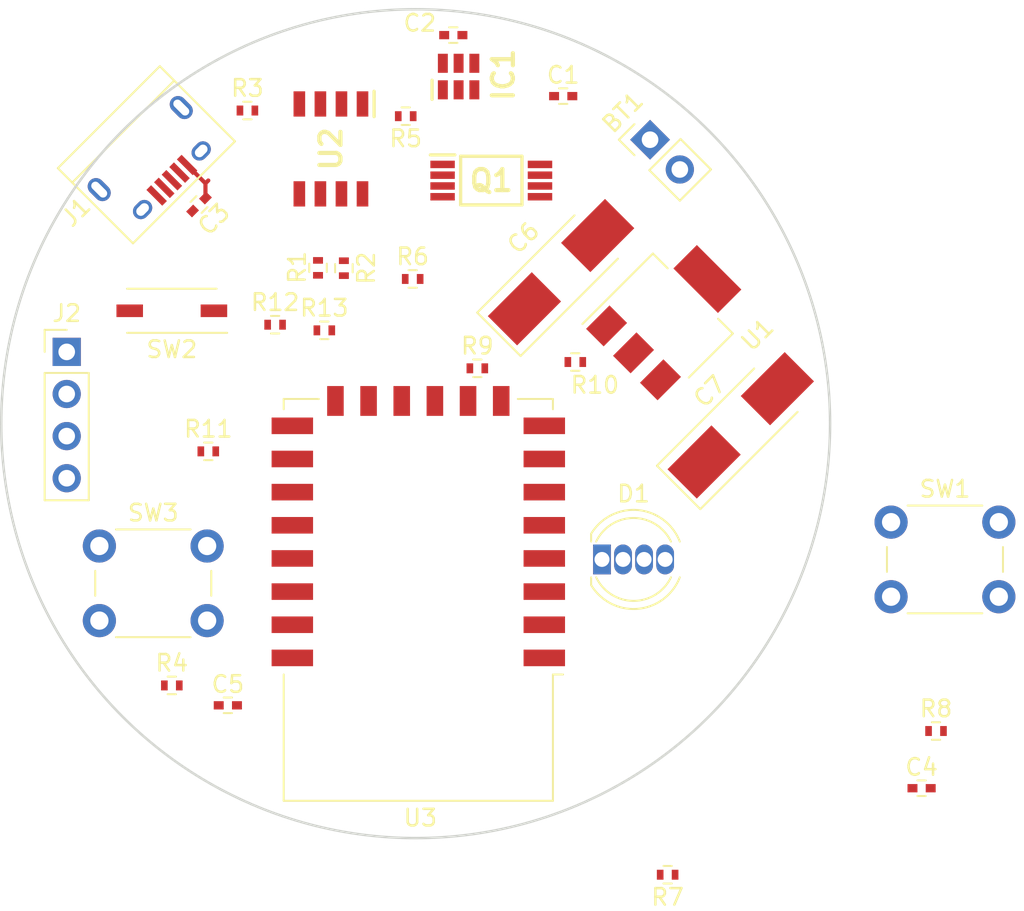
<source format=kicad_pcb>
(kicad_pcb (version 4) (host pcbnew 4.0.6)

  (general
    (links 77)
    (no_connects 76)
    (area 129.924999 89.924999 180.075001 140.075001)
    (thickness 1.6)
    (drawings 1)
    (tracks 3)
    (zones 0)
    (modules 32)
    (nets 40)
  )

  (page A4)
  (layers
    (0 F.Cu signal)
    (31 B.Cu signal)
    (32 B.Adhes user)
    (33 F.Adhes user)
    (34 B.Paste user)
    (35 F.Paste user)
    (36 B.SilkS user)
    (37 F.SilkS user)
    (38 B.Mask user)
    (39 F.Mask user)
    (40 Dwgs.User user)
    (41 Cmts.User user)
    (42 Eco1.User user)
    (43 Eco2.User user)
    (44 Edge.Cuts user)
    (45 Margin user)
    (46 B.CrtYd user)
    (47 F.CrtYd user)
    (48 B.Fab user)
    (49 F.Fab user hide)
  )

  (setup
    (last_trace_width 0.25)
    (trace_clearance 0.2)
    (zone_clearance 0.508)
    (zone_45_only no)
    (trace_min 0.2)
    (segment_width 0.2)
    (edge_width 0.15)
    (via_size 0.6)
    (via_drill 0.4)
    (via_min_size 0.4)
    (via_min_drill 0.3)
    (uvia_size 0.3)
    (uvia_drill 0.1)
    (uvias_allowed no)
    (uvia_min_size 0.2)
    (uvia_min_drill 0.1)
    (pcb_text_width 0.3)
    (pcb_text_size 1.5 1.5)
    (mod_edge_width 0.15)
    (mod_text_size 1 1)
    (mod_text_width 0.15)
    (pad_size 3.75 2.5)
    (pad_drill 0)
    (pad_to_mask_clearance 0.2)
    (aux_axis_origin 0 0)
    (visible_elements FFFFFF7F)
    (pcbplotparams
      (layerselection 0x00030_80000001)
      (usegerberextensions false)
      (excludeedgelayer true)
      (linewidth 0.100000)
      (plotframeref false)
      (viasonmask false)
      (mode 1)
      (useauxorigin false)
      (hpglpennumber 1)
      (hpglpenspeed 20)
      (hpglpendiameter 15)
      (hpglpenoverlay 2)
      (psnegative false)
      (psa4output false)
      (plotreference true)
      (plotvalue true)
      (plotinvisibletext false)
      (padsonsilk false)
      (subtractmaskfromsilk false)
      (outputformat 1)
      (mirror false)
      (drillshape 1)
      (scaleselection 1)
      (outputdirectory ""))
  )

  (net 0 "")
  (net 1 "Net-(BT1-Pad1)")
  (net 2 "Net-(BT1-Pad2)")
  (net 3 GND)
  (net 4 "Net-(C2-Pad2)")
  (net 5 "Net-(C3-Pad1)")
  (net 6 REST_BUTTON)
  (net 7 LED_BUTTON)
  (net 8 VCC)
  (net 9 led_r)
  (net 10 led_g)
  (net 11 led_b)
  (net 12 "Net-(IC1-Pad1)")
  (net 13 "Net-(IC1-Pad2)")
  (net 14 "Net-(IC1-Pad3)")
  (net 15 "Net-(IC1-Pad4)")
  (net 16 "Net-(J1-Pad2)")
  (net 17 "Net-(J1-Pad3)")
  (net 18 "Net-(J1-Pad4)")
  (net 19 "Net-(J1-Pad6)")
  (net 20 RXD)
  (net 21 TXD)
  (net 22 "Net-(Q1-Pad1)")
  (net 23 "Net-(Q1-Pad8)")
  (net 24 "Net-(R1-Pad1)")
  (net 25 pin_stdby)
  (net 26 "Net-(R2-Pad1)")
  (net 27 pin_chrg)
  (net 28 "Net-(R3-Pad1)")
  (net 29 "Net-(R7-Pad2)")
  (net 30 "Net-(R9-Pad1)")
  (net 31 "Net-(R10-Pad2)")
  (net 32 "Net-(R11-Pad1)")
  (net 33 "Net-(U3-Pad2)")
  (net 34 "Net-(U3-Pad7)")
  (net 35 "Net-(U3-Pad17)")
  (net 36 "Net-(U3-Pad18)")
  (net 37 "Net-(U3-Pad20)")
  (net 38 "Net-(U3-Pad21)")
  (net 39 "Net-(U3-Pad22)")

  (net_class Default "This is the default net class."
    (clearance 0.2)
    (trace_width 0.25)
    (via_dia 0.6)
    (via_drill 0.4)
    (uvia_dia 0.3)
    (uvia_drill 0.1)
    (add_net GND)
    (add_net LED_BUTTON)
    (add_net "Net-(BT1-Pad1)")
    (add_net "Net-(BT1-Pad2)")
    (add_net "Net-(C2-Pad2)")
    (add_net "Net-(C3-Pad1)")
    (add_net "Net-(IC1-Pad1)")
    (add_net "Net-(IC1-Pad2)")
    (add_net "Net-(IC1-Pad3)")
    (add_net "Net-(IC1-Pad4)")
    (add_net "Net-(J1-Pad2)")
    (add_net "Net-(J1-Pad3)")
    (add_net "Net-(J1-Pad4)")
    (add_net "Net-(J1-Pad6)")
    (add_net "Net-(Q1-Pad1)")
    (add_net "Net-(Q1-Pad8)")
    (add_net "Net-(R1-Pad1)")
    (add_net "Net-(R10-Pad2)")
    (add_net "Net-(R11-Pad1)")
    (add_net "Net-(R2-Pad1)")
    (add_net "Net-(R3-Pad1)")
    (add_net "Net-(R7-Pad2)")
    (add_net "Net-(R9-Pad1)")
    (add_net "Net-(U3-Pad17)")
    (add_net "Net-(U3-Pad18)")
    (add_net "Net-(U3-Pad2)")
    (add_net "Net-(U3-Pad20)")
    (add_net "Net-(U3-Pad21)")
    (add_net "Net-(U3-Pad22)")
    (add_net "Net-(U3-Pad7)")
    (add_net REST_BUTTON)
    (add_net RXD)
    (add_net TXD)
    (add_net VCC)
    (add_net led_b)
    (add_net led_g)
    (add_net led_r)
    (add_net pin_chrg)
    (add_net pin_stdby)
  )

  (module Pin_Headers:Pin_Header_Straight_1x02_Pitch2.54mm (layer F.Cu) (tedit 59650532) (tstamp 5AF1F637)
    (at 169.14 97.87 45)
    (descr "Through hole straight pin header, 1x02, 2.54mm pitch, single row")
    (tags "Through hole pin header THT 1x02 2.54mm single row")
    (path /5AE625D3)
    (fp_text reference BT1 (at 0 -2.33 45) (layer F.SilkS)
      (effects (font (size 1 1) (thickness 0.15)))
    )
    (fp_text value Battery_Cell (at 0 4.87 45) (layer F.Fab)
      (effects (font (size 1 1) (thickness 0.15)))
    )
    (fp_line (start -0.635 -1.27) (end 1.27 -1.27) (layer F.Fab) (width 0.1))
    (fp_line (start 1.27 -1.27) (end 1.27 3.81) (layer F.Fab) (width 0.1))
    (fp_line (start 1.27 3.81) (end -1.27 3.81) (layer F.Fab) (width 0.1))
    (fp_line (start -1.27 3.81) (end -1.27 -0.635) (layer F.Fab) (width 0.1))
    (fp_line (start -1.27 -0.635) (end -0.635 -1.27) (layer F.Fab) (width 0.1))
    (fp_line (start -1.33 3.87) (end 1.33 3.87) (layer F.SilkS) (width 0.12))
    (fp_line (start -1.33 1.27) (end -1.33 3.87) (layer F.SilkS) (width 0.12))
    (fp_line (start 1.33 1.27) (end 1.33 3.87) (layer F.SilkS) (width 0.12))
    (fp_line (start -1.33 1.27) (end 1.33 1.27) (layer F.SilkS) (width 0.12))
    (fp_line (start -1.33 0) (end -1.33 -1.33) (layer F.SilkS) (width 0.12))
    (fp_line (start -1.33 -1.33) (end 0 -1.33) (layer F.SilkS) (width 0.12))
    (fp_line (start -1.8 -1.8) (end -1.8 4.35) (layer F.CrtYd) (width 0.05))
    (fp_line (start -1.8 4.35) (end 1.8 4.35) (layer F.CrtYd) (width 0.05))
    (fp_line (start 1.8 4.35) (end 1.8 -1.8) (layer F.CrtYd) (width 0.05))
    (fp_line (start 1.8 -1.8) (end -1.8 -1.8) (layer F.CrtYd) (width 0.05))
    (fp_text user %R (at 0 1.27 135) (layer F.Fab)
      (effects (font (size 1 1) (thickness 0.15)))
    )
    (pad 1 thru_hole rect (at 0 0 45) (size 1.7 1.7) (drill 1) (layers *.Cu *.Mask)
      (net 1 "Net-(BT1-Pad1)"))
    (pad 2 thru_hole oval (at 0 2.54 45) (size 1.7 1.7) (drill 1) (layers *.Cu *.Mask)
      (net 2 "Net-(BT1-Pad2)"))
    (model ${KISYS3DMOD}/Pin_Headers.3dshapes/Pin_Header_Straight_1x02_Pitch2.54mm.wrl
      (at (xyz 0 0 0))
      (scale (xyz 1 1 1))
      (rotate (xyz 0 0 0))
    )
  )

  (module Capacitors_SMD:C_0402 (layer F.Cu) (tedit 58AA841A) (tstamp 5AF1F63D)
    (at 163.9 95.24)
    (descr "Capacitor SMD 0402, reflow soldering, AVX (see smccp.pdf)")
    (tags "capacitor 0402")
    (path /5AE516AF)
    (attr smd)
    (fp_text reference C1 (at 0 -1.27) (layer F.SilkS)
      (effects (font (size 1 1) (thickness 0.15)))
    )
    (fp_text value 10u (at 0 1.27) (layer F.Fab)
      (effects (font (size 1 1) (thickness 0.15)))
    )
    (fp_text user %R (at 0 -1.27) (layer F.Fab)
      (effects (font (size 1 1) (thickness 0.15)))
    )
    (fp_line (start -0.5 0.25) (end -0.5 -0.25) (layer F.Fab) (width 0.1))
    (fp_line (start 0.5 0.25) (end -0.5 0.25) (layer F.Fab) (width 0.1))
    (fp_line (start 0.5 -0.25) (end 0.5 0.25) (layer F.Fab) (width 0.1))
    (fp_line (start -0.5 -0.25) (end 0.5 -0.25) (layer F.Fab) (width 0.1))
    (fp_line (start 0.25 -0.47) (end -0.25 -0.47) (layer F.SilkS) (width 0.12))
    (fp_line (start -0.25 0.47) (end 0.25 0.47) (layer F.SilkS) (width 0.12))
    (fp_line (start -1 -0.4) (end 1 -0.4) (layer F.CrtYd) (width 0.05))
    (fp_line (start -1 -0.4) (end -1 0.4) (layer F.CrtYd) (width 0.05))
    (fp_line (start 1 0.4) (end 1 -0.4) (layer F.CrtYd) (width 0.05))
    (fp_line (start 1 0.4) (end -1 0.4) (layer F.CrtYd) (width 0.05))
    (pad 1 smd rect (at -0.55 0) (size 0.6 0.5) (layers F.Cu F.Paste F.Mask)
      (net 1 "Net-(BT1-Pad1)"))
    (pad 2 smd rect (at 0.55 0) (size 0.6 0.5) (layers F.Cu F.Paste F.Mask)
      (net 3 GND))
    (model Capacitors_SMD.3dshapes/C_0402.wrl
      (at (xyz 0 0 0))
      (scale (xyz 1 1 1))
      (rotate (xyz 0 0 0))
    )
  )

  (module Capacitors_SMD:C_0402 (layer F.Cu) (tedit 58AA841A) (tstamp 5AF1F643)
    (at 157.27 91.56)
    (descr "Capacitor SMD 0402, reflow soldering, AVX (see smccp.pdf)")
    (tags "capacitor 0402")
    (path /5AE50FAA)
    (attr smd)
    (fp_text reference C2 (at -2.02 -0.73) (layer F.SilkS)
      (effects (font (size 1 1) (thickness 0.15)))
    )
    (fp_text value 0.1u (at 0 1.27) (layer F.Fab)
      (effects (font (size 1 1) (thickness 0.15)))
    )
    (fp_text user %R (at 0 -1.27) (layer F.Fab)
      (effects (font (size 1 1) (thickness 0.15)))
    )
    (fp_line (start -0.5 0.25) (end -0.5 -0.25) (layer F.Fab) (width 0.1))
    (fp_line (start 0.5 0.25) (end -0.5 0.25) (layer F.Fab) (width 0.1))
    (fp_line (start 0.5 -0.25) (end 0.5 0.25) (layer F.Fab) (width 0.1))
    (fp_line (start -0.5 -0.25) (end 0.5 -0.25) (layer F.Fab) (width 0.1))
    (fp_line (start 0.25 -0.47) (end -0.25 -0.47) (layer F.SilkS) (width 0.12))
    (fp_line (start -0.25 0.47) (end 0.25 0.47) (layer F.SilkS) (width 0.12))
    (fp_line (start -1 -0.4) (end 1 -0.4) (layer F.CrtYd) (width 0.05))
    (fp_line (start -1 -0.4) (end -1 0.4) (layer F.CrtYd) (width 0.05))
    (fp_line (start 1 0.4) (end 1 -0.4) (layer F.CrtYd) (width 0.05))
    (fp_line (start 1 0.4) (end -1 0.4) (layer F.CrtYd) (width 0.05))
    (pad 1 smd rect (at -0.55 0) (size 0.6 0.5) (layers F.Cu F.Paste F.Mask)
      (net 2 "Net-(BT1-Pad2)"))
    (pad 2 smd rect (at 0.55 0) (size 0.6 0.5) (layers F.Cu F.Paste F.Mask)
      (net 4 "Net-(C2-Pad2)"))
    (model Capacitors_SMD.3dshapes/C_0402.wrl
      (at (xyz 0 0 0))
      (scale (xyz 1 1 1))
      (rotate (xyz 0 0 0))
    )
  )

  (module Capacitors_SMD:C_0402 (layer F.Cu) (tedit 58AA841A) (tstamp 5AF1F649)
    (at 141.93 101.78 225)
    (descr "Capacitor SMD 0402, reflow soldering, AVX (see smccp.pdf)")
    (tags "capacitor 0402")
    (path /5AE50524)
    (attr smd)
    (fp_text reference C3 (at 0 -1.27 225) (layer F.SilkS)
      (effects (font (size 1 1) (thickness 0.15)))
    )
    (fp_text value 0.1u (at 0 1.27 225) (layer F.Fab)
      (effects (font (size 1 1) (thickness 0.15)))
    )
    (fp_text user %R (at 0 -1.27 225) (layer F.Fab)
      (effects (font (size 1 1) (thickness 0.15)))
    )
    (fp_line (start -0.5 0.25) (end -0.5 -0.25) (layer F.Fab) (width 0.1))
    (fp_line (start 0.5 0.25) (end -0.5 0.25) (layer F.Fab) (width 0.1))
    (fp_line (start 0.5 -0.25) (end 0.5 0.25) (layer F.Fab) (width 0.1))
    (fp_line (start -0.5 -0.25) (end 0.5 -0.25) (layer F.Fab) (width 0.1))
    (fp_line (start 0.25 -0.47) (end -0.25 -0.47) (layer F.SilkS) (width 0.12))
    (fp_line (start -0.25 0.47) (end 0.25 0.47) (layer F.SilkS) (width 0.12))
    (fp_line (start -1 -0.4) (end 1 -0.4) (layer F.CrtYd) (width 0.05))
    (fp_line (start -1 -0.4) (end -1 0.4) (layer F.CrtYd) (width 0.05))
    (fp_line (start 1 0.4) (end 1 -0.4) (layer F.CrtYd) (width 0.05))
    (fp_line (start 1 0.4) (end -1 0.4) (layer F.CrtYd) (width 0.05))
    (pad 1 smd rect (at -0.55 0 225) (size 0.6 0.5) (layers F.Cu F.Paste F.Mask)
      (net 5 "Net-(C3-Pad1)"))
    (pad 2 smd rect (at 0.55 0 225) (size 0.6 0.5) (layers F.Cu F.Paste F.Mask)
      (net 3 GND))
    (model Capacitors_SMD.3dshapes/C_0402.wrl
      (at (xyz 0 0 0))
      (scale (xyz 1 1 1))
      (rotate (xyz 0 0 0))
    )
  )

  (module Capacitors_SMD:C_0402 (layer F.Cu) (tedit 58AA841A) (tstamp 5AF1F64F)
    (at 185.52 136.99)
    (descr "Capacitor SMD 0402, reflow soldering, AVX (see smccp.pdf)")
    (tags "capacitor 0402")
    (path /5AE5EDE3)
    (attr smd)
    (fp_text reference C4 (at 0 -1.27) (layer F.SilkS)
      (effects (font (size 1 1) (thickness 0.15)))
    )
    (fp_text value 100n (at 0 1.27) (layer F.Fab)
      (effects (font (size 1 1) (thickness 0.15)))
    )
    (fp_text user %R (at 0 -1.27) (layer F.Fab)
      (effects (font (size 1 1) (thickness 0.15)))
    )
    (fp_line (start -0.5 0.25) (end -0.5 -0.25) (layer F.Fab) (width 0.1))
    (fp_line (start 0.5 0.25) (end -0.5 0.25) (layer F.Fab) (width 0.1))
    (fp_line (start 0.5 -0.25) (end 0.5 0.25) (layer F.Fab) (width 0.1))
    (fp_line (start -0.5 -0.25) (end 0.5 -0.25) (layer F.Fab) (width 0.1))
    (fp_line (start 0.25 -0.47) (end -0.25 -0.47) (layer F.SilkS) (width 0.12))
    (fp_line (start -0.25 0.47) (end 0.25 0.47) (layer F.SilkS) (width 0.12))
    (fp_line (start -1 -0.4) (end 1 -0.4) (layer F.CrtYd) (width 0.05))
    (fp_line (start -1 -0.4) (end -1 0.4) (layer F.CrtYd) (width 0.05))
    (fp_line (start 1 0.4) (end 1 -0.4) (layer F.CrtYd) (width 0.05))
    (fp_line (start 1 0.4) (end -1 0.4) (layer F.CrtYd) (width 0.05))
    (pad 1 smd rect (at -0.55 0) (size 0.6 0.5) (layers F.Cu F.Paste F.Mask)
      (net 3 GND))
    (pad 2 smd rect (at 0.55 0) (size 0.6 0.5) (layers F.Cu F.Paste F.Mask)
      (net 6 REST_BUTTON))
    (model Capacitors_SMD.3dshapes/C_0402.wrl
      (at (xyz 0 0 0))
      (scale (xyz 1 1 1))
      (rotate (xyz 0 0 0))
    )
  )

  (module Capacitors_SMD:C_0402 (layer F.Cu) (tedit 58AA841A) (tstamp 5AF1F655)
    (at 143.67 131.99)
    (descr "Capacitor SMD 0402, reflow soldering, AVX (see smccp.pdf)")
    (tags "capacitor 0402")
    (path /5AEB1145)
    (attr smd)
    (fp_text reference C5 (at 0 -1.27) (layer F.SilkS)
      (effects (font (size 1 1) (thickness 0.15)))
    )
    (fp_text value 100n (at 0 1.27) (layer F.Fab)
      (effects (font (size 1 1) (thickness 0.15)))
    )
    (fp_text user %R (at 0 -1.27) (layer F.Fab)
      (effects (font (size 1 1) (thickness 0.15)))
    )
    (fp_line (start -0.5 0.25) (end -0.5 -0.25) (layer F.Fab) (width 0.1))
    (fp_line (start 0.5 0.25) (end -0.5 0.25) (layer F.Fab) (width 0.1))
    (fp_line (start 0.5 -0.25) (end 0.5 0.25) (layer F.Fab) (width 0.1))
    (fp_line (start -0.5 -0.25) (end 0.5 -0.25) (layer F.Fab) (width 0.1))
    (fp_line (start 0.25 -0.47) (end -0.25 -0.47) (layer F.SilkS) (width 0.12))
    (fp_line (start -0.25 0.47) (end 0.25 0.47) (layer F.SilkS) (width 0.12))
    (fp_line (start -1 -0.4) (end 1 -0.4) (layer F.CrtYd) (width 0.05))
    (fp_line (start -1 -0.4) (end -1 0.4) (layer F.CrtYd) (width 0.05))
    (fp_line (start 1 0.4) (end 1 -0.4) (layer F.CrtYd) (width 0.05))
    (fp_line (start 1 0.4) (end -1 0.4) (layer F.CrtYd) (width 0.05))
    (pad 1 smd rect (at -0.55 0) (size 0.6 0.5) (layers F.Cu F.Paste F.Mask)
      (net 3 GND))
    (pad 2 smd rect (at 0.55 0) (size 0.6 0.5) (layers F.Cu F.Paste F.Mask)
      (net 7 LED_BUTTON))
    (model Capacitors_SMD.3dshapes/C_0402.wrl
      (at (xyz 0 0 0))
      (scale (xyz 1 1 1))
      (rotate (xyz 0 0 0))
    )
  )

  (module Capacitors_Tantalum_SMD:CP_Tantalum_Case-C_EIA-6032-28_Hand (layer F.Cu) (tedit 58CC8C08) (tstamp 5AF1F65B)
    (at 163.77 105.86 45)
    (descr "Tantalum capacitor, Case C, EIA 6032-28, 6.0x3.2x2.5mm, Hand soldering footprint")
    (tags "capacitor tantalum smd")
    (path /5AEA84AA)
    (attr smd)
    (fp_text reference C6 (at -0.141421 -3.068843 45) (layer F.SilkS)
      (effects (font (size 1 1) (thickness 0.15)))
    )
    (fp_text value 100n (at 0 3.35 45) (layer F.Fab)
      (effects (font (size 1 1) (thickness 0.15)))
    )
    (fp_text user %R (at 0 0 45) (layer F.Fab)
      (effects (font (size 1 1) (thickness 0.15)))
    )
    (fp_line (start -5.4 -2) (end -5.4 2) (layer F.CrtYd) (width 0.05))
    (fp_line (start -5.4 2) (end 5.4 2) (layer F.CrtYd) (width 0.05))
    (fp_line (start 5.4 2) (end 5.4 -2) (layer F.CrtYd) (width 0.05))
    (fp_line (start 5.4 -2) (end -5.4 -2) (layer F.CrtYd) (width 0.05))
    (fp_line (start -3 -1.6) (end -3 1.6) (layer F.Fab) (width 0.1))
    (fp_line (start -3 1.6) (end 3 1.6) (layer F.Fab) (width 0.1))
    (fp_line (start 3 1.6) (end 3 -1.6) (layer F.Fab) (width 0.1))
    (fp_line (start 3 -1.6) (end -3 -1.6) (layer F.Fab) (width 0.1))
    (fp_line (start -2.4 -1.6) (end -2.4 1.6) (layer F.Fab) (width 0.1))
    (fp_line (start -2.1 -1.6) (end -2.1 1.6) (layer F.Fab) (width 0.1))
    (fp_line (start -5.3 -1.85) (end 3 -1.85) (layer F.SilkS) (width 0.12))
    (fp_line (start -5.3 1.85) (end 3 1.85) (layer F.SilkS) (width 0.12))
    (fp_line (start -5.3 -1.85) (end -5.3 1.85) (layer F.SilkS) (width 0.12))
    (pad 1 smd rect (at -3.125 0 45) (size 3.75 2.5) (layers F.Cu F.Paste F.Mask)
      (net 1 "Net-(BT1-Pad1)"))
    (pad 2 smd rect (at 3.125 0 45) (size 3.75 2.5) (layers F.Cu F.Paste F.Mask)
      (net 3 GND))
    (model Capacitors_Tantalum_SMD.3dshapes/CP_Tantalum_Case-C_EIA-6032-28.wrl
      (at (xyz 0 0 0))
      (scale (xyz 1 1 1))
      (rotate (xyz 0 0 0))
    )
  )

  (module Capacitors_Tantalum_SMD:CP_Tantalum_Case-C_EIA-6032-28_Hand (layer F.Cu) (tedit 58CC8C08) (tstamp 5AF1F661)
    (at 174.610291 115.099709 45)
    (descr "Tantalum capacitor, Case C, EIA 6032-28, 6.0x3.2x2.5mm, Hand soldering footprint")
    (tags "capacitor tantalum smd")
    (path /5AEA85D3)
    (attr smd)
    (fp_text reference C7 (at 0.112726 -2.771859 45) (layer F.SilkS)
      (effects (font (size 1 1) (thickness 0.15)))
    )
    (fp_text value 10u (at 0 3.35 45) (layer F.Fab)
      (effects (font (size 1 1) (thickness 0.15)))
    )
    (fp_text user %R (at 0 0 45) (layer F.Fab)
      (effects (font (size 1 1) (thickness 0.15)))
    )
    (fp_line (start -5.4 -2) (end -5.4 2) (layer F.CrtYd) (width 0.05))
    (fp_line (start -5.4 2) (end 5.4 2) (layer F.CrtYd) (width 0.05))
    (fp_line (start 5.4 2) (end 5.4 -2) (layer F.CrtYd) (width 0.05))
    (fp_line (start 5.4 -2) (end -5.4 -2) (layer F.CrtYd) (width 0.05))
    (fp_line (start -3 -1.6) (end -3 1.6) (layer F.Fab) (width 0.1))
    (fp_line (start -3 1.6) (end 3 1.6) (layer F.Fab) (width 0.1))
    (fp_line (start 3 1.6) (end 3 -1.6) (layer F.Fab) (width 0.1))
    (fp_line (start 3 -1.6) (end -3 -1.6) (layer F.Fab) (width 0.1))
    (fp_line (start -2.4 -1.6) (end -2.4 1.6) (layer F.Fab) (width 0.1))
    (fp_line (start -2.1 -1.6) (end -2.1 1.6) (layer F.Fab) (width 0.1))
    (fp_line (start -5.3 -1.85) (end 3 -1.85) (layer F.SilkS) (width 0.12))
    (fp_line (start -5.3 1.85) (end 3 1.85) (layer F.SilkS) (width 0.12))
    (fp_line (start -5.3 -1.85) (end -5.3 1.85) (layer F.SilkS) (width 0.12))
    (pad 1 smd rect (at -3.125 0 45) (size 3.75 2.5) (layers F.Cu F.Paste F.Mask)
      (net 8 VCC))
    (pad 2 smd rect (at 3.125 0 45) (size 3.75 2.5) (layers F.Cu F.Paste F.Mask)
      (net 3 GND))
    (model Capacitors_Tantalum_SMD.3dshapes/CP_Tantalum_Case-C_EIA-6032-28.wrl
      (at (xyz 0 0 0))
      (scale (xyz 1 1 1))
      (rotate (xyz 0 0 0))
    )
  )

  (module LEDs:LED_D5.0mm-4 (layer F.Cu) (tedit 587A3A7B) (tstamp 5AF1F669)
    (at 166.24 123.19)
    (descr "LED, diameter 5.0mm, 2 pins, diameter 5.0mm, 3 pins, diameter 5.0mm, 4 pins, http://www.kingbright.com/attachments/file/psearch/000/00/00/L-154A4SUREQBFZGEW(Ver.9A).pdf")
    (tags "LED diameter 5.0mm 2 pins diameter 5.0mm 3 pins diameter 5.0mm 4 pins")
    (path /5AE6207A)
    (fp_text reference D1 (at 1.905 -3.96) (layer F.SilkS)
      (effects (font (size 1 1) (thickness 0.15)))
    )
    (fp_text value LED_ARGB (at 1.905 3.96) (layer F.Fab)
      (effects (font (size 1 1) (thickness 0.15)))
    )
    (fp_arc (start 1.905 0) (end -0.595 -1.469694) (angle 299.1) (layer F.Fab) (width 0.1))
    (fp_arc (start 1.905 0) (end -0.655 -1.54483) (angle 127.7) (layer F.SilkS) (width 0.12))
    (fp_arc (start 1.905 0) (end -0.655 1.54483) (angle -127.7) (layer F.SilkS) (width 0.12))
    (fp_arc (start 1.905 0) (end -0.349684 -1.08) (angle 128.8) (layer F.SilkS) (width 0.12))
    (fp_arc (start 1.905 0) (end -0.349684 1.08) (angle -128.8) (layer F.SilkS) (width 0.12))
    (fp_circle (center 1.905 0) (end 4.405 0) (layer F.Fab) (width 0.1))
    (fp_line (start -0.595 -1.469694) (end -0.595 1.469694) (layer F.Fab) (width 0.1))
    (fp_line (start -0.655 -1.545) (end -0.655 -1.08) (layer F.SilkS) (width 0.12))
    (fp_line (start -0.655 1.08) (end -0.655 1.545) (layer F.SilkS) (width 0.12))
    (fp_line (start -1.35 -3.25) (end -1.35 3.25) (layer F.CrtYd) (width 0.05))
    (fp_line (start -1.35 3.25) (end 5.15 3.25) (layer F.CrtYd) (width 0.05))
    (fp_line (start 5.15 3.25) (end 5.15 -3.25) (layer F.CrtYd) (width 0.05))
    (fp_line (start 5.15 -3.25) (end -1.35 -3.25) (layer F.CrtYd) (width 0.05))
    (pad 1 thru_hole rect (at 0 0) (size 1.07 1.8) (drill 0.9) (layers *.Cu *.Mask)
      (net 8 VCC))
    (pad 2 thru_hole oval (at 1.27 0) (size 1.07 1.8) (drill 0.9) (layers *.Cu *.Mask)
      (net 9 led_r))
    (pad 3 thru_hole oval (at 2.54 0) (size 1.07 1.8) (drill 0.9) (layers *.Cu *.Mask)
      (net 10 led_g))
    (pad 4 thru_hole oval (at 3.81 0) (size 1.07 1.8) (drill 0.9) (layers *.Cu *.Mask)
      (net 11 led_b))
    (model ${KISYS3DMOD}/LEDs.3dshapes/LED_D5.0mm-4.wrl
      (at (xyz 0 0 0))
      (scale (xyz 0.393701 0.393701 0.393701))
      (rotate (xyz 0 0 0))
    )
  )

  (module DW01A-G:SOT95P190X145-6N (layer F.Cu) (tedit 5AE4F7E1) (tstamp 5AF1F673)
    (at 157.59 94.06 90)
    (descr SOT-23-6)
    (tags "Integrated Circuit")
    (path /5AE4FA79)
    (attr smd)
    (fp_text reference IC1 (at 0.11 2.7 90) (layer F.SilkS)
      (effects (font (size 1.27 1.27) (thickness 0.254)))
    )
    (fp_text value DW01A-G (at 0 0 90) (layer F.SilkS) hide
      (effects (font (size 1.27 1.27) (thickness 0.254)))
    )
    (fp_line (start -1.625 -1.775) (end 1.625 -1.775) (layer Dwgs.User) (width 0.05))
    (fp_line (start 1.625 -1.775) (end 1.625 1.775) (layer Dwgs.User) (width 0.05))
    (fp_line (start 1.625 1.775) (end -1.625 1.775) (layer Dwgs.User) (width 0.05))
    (fp_line (start -1.625 1.775) (end -1.625 -1.775) (layer Dwgs.User) (width 0.05))
    (fp_line (start -0.8 -1.45) (end 0.8 -1.45) (layer Dwgs.User) (width 0.1))
    (fp_line (start 0.8 -1.45) (end 0.8 1.45) (layer Dwgs.User) (width 0.1))
    (fp_line (start 0.8 1.45) (end -0.8 1.45) (layer Dwgs.User) (width 0.1))
    (fp_line (start -0.8 1.45) (end -0.8 -1.45) (layer Dwgs.User) (width 0.1))
    (fp_line (start -0.8 -0.5) (end 0.15 -1.45) (layer Dwgs.User) (width 0.1))
    (fp_line (start -1.375 -1.6) (end -0.225 -1.6) (layer F.SilkS) (width 0.2))
    (pad 1 smd rect (at -0.8 -0.95 180) (size 0.6 1.15) (layers F.Cu F.Paste F.Mask)
      (net 12 "Net-(IC1-Pad1)"))
    (pad 2 smd rect (at -0.8 0 180) (size 0.6 1.15) (layers F.Cu F.Paste F.Mask)
      (net 13 "Net-(IC1-Pad2)"))
    (pad 3 smd rect (at -0.8 0.95 180) (size 0.6 1.15) (layers F.Cu F.Paste F.Mask)
      (net 14 "Net-(IC1-Pad3)"))
    (pad 4 smd rect (at 0.8 0.95 180) (size 0.6 1.15) (layers F.Cu F.Paste F.Mask)
      (net 15 "Net-(IC1-Pad4)"))
    (pad 5 smd rect (at 0.8 0 180) (size 0.6 1.15) (layers F.Cu F.Paste F.Mask)
      (net 4 "Net-(C2-Pad2)"))
    (pad 6 smd rect (at 0.8 -0.95 180) (size 0.6 1.15) (layers F.Cu F.Paste F.Mask)
      (net 2 "Net-(BT1-Pad2)"))
  )

  (module Connectors:USB_Micro-B (layer F.Cu) (tedit 5543E447) (tstamp 5AF1F680)
    (at 139.34 99.36 225)
    (descr "Micro USB Type B Receptacle")
    (tags "USB USB_B USB_micro USB_OTG")
    (path /5AE555FF)
    (attr smd)
    (fp_text reference J1 (at 5.444722 1.385929 225) (layer F.SilkS)
      (effects (font (size 1 1) (thickness 0.15)))
    )
    (fp_text value USB_OTG (at 0 5.01 225) (layer F.Fab)
      (effects (font (size 1 1) (thickness 0.15)))
    )
    (fp_line (start -4.6 -2.59) (end 4.6 -2.59) (layer F.CrtYd) (width 0.05))
    (fp_line (start 4.6 -2.59) (end 4.6 4.26) (layer F.CrtYd) (width 0.05))
    (fp_line (start 4.6 4.26) (end -4.6 4.26) (layer F.CrtYd) (width 0.05))
    (fp_line (start -4.6 4.26) (end -4.6 -2.59) (layer F.CrtYd) (width 0.05))
    (fp_line (start -4.35 4.03) (end 4.35 4.03) (layer F.SilkS) (width 0.12))
    (fp_line (start -4.35 -2.38) (end 4.35 -2.38) (layer F.SilkS) (width 0.12))
    (fp_line (start 4.35 -2.38) (end 4.35 4.03) (layer F.SilkS) (width 0.12))
    (fp_line (start 4.35 2.8) (end -4.35 2.8) (layer F.SilkS) (width 0.12))
    (fp_line (start -4.35 4.03) (end -4.35 -2.38) (layer F.SilkS) (width 0.12))
    (pad 1 smd rect (at -1.3 -1.35 315) (size 1.35 0.4) (layers F.Cu F.Paste F.Mask)
      (net 5 "Net-(C3-Pad1)"))
    (pad 2 smd rect (at -0.65 -1.35 315) (size 1.35 0.4) (layers F.Cu F.Paste F.Mask)
      (net 16 "Net-(J1-Pad2)"))
    (pad 3 smd rect (at 0 -1.35 315) (size 1.35 0.4) (layers F.Cu F.Paste F.Mask)
      (net 17 "Net-(J1-Pad3)"))
    (pad 4 smd rect (at 0.65 -1.35 315) (size 1.35 0.4) (layers F.Cu F.Paste F.Mask)
      (net 18 "Net-(J1-Pad4)"))
    (pad 5 smd rect (at 1.3 -1.35 315) (size 1.35 0.4) (layers F.Cu F.Paste F.Mask)
      (net 3 GND))
    (pad 6 thru_hole oval (at -2.5 -1.35 315) (size 0.95 1.25) (drill oval 0.55 0.85) (layers *.Cu *.Mask)
      (net 19 "Net-(J1-Pad6)"))
    (pad 6 thru_hole oval (at 2.5 -1.35 315) (size 0.95 1.25) (drill oval 0.55 0.85) (layers *.Cu *.Mask)
      (net 19 "Net-(J1-Pad6)"))
    (pad 6 thru_hole oval (at -3.5 1.35 315) (size 1.55 1) (drill oval 1.15 0.5) (layers *.Cu *.Mask)
      (net 19 "Net-(J1-Pad6)"))
    (pad 6 thru_hole oval (at 3.5 1.35 315) (size 1.55 1) (drill oval 1.15 0.5) (layers *.Cu *.Mask)
      (net 19 "Net-(J1-Pad6)"))
  )

  (module Pin_Headers:Pin_Header_Straight_1x04_Pitch2.54mm (layer F.Cu) (tedit 59650532) (tstamp 5AF1F688)
    (at 133.95 110.67)
    (descr "Through hole straight pin header, 1x04, 2.54mm pitch, single row")
    (tags "Through hole pin header THT 1x04 2.54mm single row")
    (path /5AEAA1BD)
    (fp_text reference J2 (at 0 -2.33) (layer F.SilkS)
      (effects (font (size 1 1) (thickness 0.15)))
    )
    (fp_text value FTDI (at 0 9.95) (layer F.Fab)
      (effects (font (size 1 1) (thickness 0.15)))
    )
    (fp_line (start -0.635 -1.27) (end 1.27 -1.27) (layer F.Fab) (width 0.1))
    (fp_line (start 1.27 -1.27) (end 1.27 8.89) (layer F.Fab) (width 0.1))
    (fp_line (start 1.27 8.89) (end -1.27 8.89) (layer F.Fab) (width 0.1))
    (fp_line (start -1.27 8.89) (end -1.27 -0.635) (layer F.Fab) (width 0.1))
    (fp_line (start -1.27 -0.635) (end -0.635 -1.27) (layer F.Fab) (width 0.1))
    (fp_line (start -1.33 8.95) (end 1.33 8.95) (layer F.SilkS) (width 0.12))
    (fp_line (start -1.33 1.27) (end -1.33 8.95) (layer F.SilkS) (width 0.12))
    (fp_line (start 1.33 1.27) (end 1.33 8.95) (layer F.SilkS) (width 0.12))
    (fp_line (start -1.33 1.27) (end 1.33 1.27) (layer F.SilkS) (width 0.12))
    (fp_line (start -1.33 0) (end -1.33 -1.33) (layer F.SilkS) (width 0.12))
    (fp_line (start -1.33 -1.33) (end 0 -1.33) (layer F.SilkS) (width 0.12))
    (fp_line (start -1.8 -1.8) (end -1.8 9.4) (layer F.CrtYd) (width 0.05))
    (fp_line (start -1.8 9.4) (end 1.8 9.4) (layer F.CrtYd) (width 0.05))
    (fp_line (start 1.8 9.4) (end 1.8 -1.8) (layer F.CrtYd) (width 0.05))
    (fp_line (start 1.8 -1.8) (end -1.8 -1.8) (layer F.CrtYd) (width 0.05))
    (fp_text user %R (at 0 3.81 90) (layer F.Fab)
      (effects (font (size 1 1) (thickness 0.15)))
    )
    (pad 1 thru_hole rect (at 0 0) (size 1.7 1.7) (drill 1) (layers *.Cu *.Mask)
      (net 3 GND))
    (pad 2 thru_hole oval (at 0 2.54) (size 1.7 1.7) (drill 1) (layers *.Cu *.Mask)
      (net 8 VCC))
    (pad 3 thru_hole oval (at 0 5.08) (size 1.7 1.7) (drill 1) (layers *.Cu *.Mask)
      (net 20 RXD))
    (pad 4 thru_hole oval (at 0 7.62) (size 1.7 1.7) (drill 1) (layers *.Cu *.Mask)
      (net 21 TXD))
    (model ${KISYS3DMOD}/Pin_Headers.3dshapes/Pin_Header_Straight_1x04_Pitch2.54mm.wrl
      (at (xyz 0 0 0))
      (scale (xyz 1 1 1))
      (rotate (xyz 0 0 0))
    )
  )

  (module FS8205A:SOP65P640X120-8N (layer F.Cu) (tedit 5AE4F8D1) (tstamp 5AF1F694)
    (at 159.562 100.335)
    (descr TSSOP-8)
    (tags Transistor)
    (path /5AE4FAD2)
    (attr smd)
    (fp_text reference Q1 (at 0 0) (layer F.SilkS)
      (effects (font (size 1.27 1.27) (thickness 0.254)))
    )
    (fp_text value FS8205A (at 0 0) (layer F.SilkS) hide
      (effects (font (size 1.27 1.27) (thickness 0.254)))
    )
    (fp_line (start -3.925 -1.765) (end 3.925 -1.765) (layer Dwgs.User) (width 0.05))
    (fp_line (start 3.925 -1.765) (end 3.925 1.765) (layer Dwgs.User) (width 0.05))
    (fp_line (start 3.925 1.765) (end -3.925 1.765) (layer Dwgs.User) (width 0.05))
    (fp_line (start -3.925 1.765) (end -3.925 -1.765) (layer Dwgs.User) (width 0.05))
    (fp_line (start -2.2 -1.465) (end 2.2 -1.465) (layer Dwgs.User) (width 0.1))
    (fp_line (start 2.2 -1.465) (end 2.2 1.465) (layer Dwgs.User) (width 0.1))
    (fp_line (start 2.2 1.465) (end -2.2 1.465) (layer Dwgs.User) (width 0.1))
    (fp_line (start -2.2 1.465) (end -2.2 -1.465) (layer Dwgs.User) (width 0.1))
    (fp_line (start -2.2 -0.815) (end -1.55 -1.465) (layer Dwgs.User) (width 0.1))
    (fp_line (start -1.85 -1.465) (end 1.85 -1.465) (layer F.SilkS) (width 0.2))
    (fp_line (start 1.85 -1.465) (end 1.85 1.465) (layer F.SilkS) (width 0.2))
    (fp_line (start 1.85 1.465) (end -1.85 1.465) (layer F.SilkS) (width 0.2))
    (fp_line (start -1.85 1.465) (end -1.85 -1.465) (layer F.SilkS) (width 0.2))
    (fp_line (start -3.675 -1.55) (end -2.2 -1.55) (layer F.SilkS) (width 0.2))
    (pad 1 smd rect (at -2.938 -0.975 90) (size 0.45 1.475) (layers F.Cu F.Paste F.Mask)
      (net 22 "Net-(Q1-Pad1)"))
    (pad 2 smd rect (at -2.938 -0.325 90) (size 0.45 1.475) (layers F.Cu F.Paste F.Mask)
      (net 2 "Net-(BT1-Pad2)"))
    (pad 3 smd rect (at -2.938 0.325 90) (size 0.45 1.475) (layers F.Cu F.Paste F.Mask)
      (net 2 "Net-(BT1-Pad2)"))
    (pad 4 smd rect (at -2.938 0.975 90) (size 0.45 1.475) (layers F.Cu F.Paste F.Mask)
      (net 12 "Net-(IC1-Pad1)"))
    (pad 5 smd rect (at 2.938 0.975 90) (size 0.45 1.475) (layers F.Cu F.Paste F.Mask)
      (net 14 "Net-(IC1-Pad3)"))
    (pad 6 smd rect (at 2.938 0.325 90) (size 0.45 1.475) (layers F.Cu F.Paste F.Mask)
      (net 3 GND))
    (pad 7 smd rect (at 2.938 -0.325 90) (size 0.45 1.475) (layers F.Cu F.Paste F.Mask)
      (net 3 GND))
    (pad 8 smd rect (at 2.938 -0.975 90) (size 0.45 1.475) (layers F.Cu F.Paste F.Mask)
      (net 23 "Net-(Q1-Pad8)"))
  )

  (module Resistors_SMD:R_0402 (layer F.Cu) (tedit 58E0A804) (tstamp 5AF1F69A)
    (at 149.11 105.6 270)
    (descr "Resistor SMD 0402, reflow soldering, Vishay (see dcrcw.pdf)")
    (tags "resistor 0402")
    (path /5AE51F3A)
    (attr smd)
    (fp_text reference R1 (at -0.03 1.26 270) (layer F.SilkS)
      (effects (font (size 1 1) (thickness 0.15)))
    )
    (fp_text value 1k (at 0 1.45 270) (layer F.Fab)
      (effects (font (size 1 1) (thickness 0.15)))
    )
    (fp_text user %R (at 0 -1.35 270) (layer F.Fab)
      (effects (font (size 1 1) (thickness 0.15)))
    )
    (fp_line (start -0.5 0.25) (end -0.5 -0.25) (layer F.Fab) (width 0.1))
    (fp_line (start 0.5 0.25) (end -0.5 0.25) (layer F.Fab) (width 0.1))
    (fp_line (start 0.5 -0.25) (end 0.5 0.25) (layer F.Fab) (width 0.1))
    (fp_line (start -0.5 -0.25) (end 0.5 -0.25) (layer F.Fab) (width 0.1))
    (fp_line (start 0.25 -0.53) (end -0.25 -0.53) (layer F.SilkS) (width 0.12))
    (fp_line (start -0.25 0.53) (end 0.25 0.53) (layer F.SilkS) (width 0.12))
    (fp_line (start -0.8 -0.45) (end 0.8 -0.45) (layer F.CrtYd) (width 0.05))
    (fp_line (start -0.8 -0.45) (end -0.8 0.45) (layer F.CrtYd) (width 0.05))
    (fp_line (start 0.8 0.45) (end 0.8 -0.45) (layer F.CrtYd) (width 0.05))
    (fp_line (start 0.8 0.45) (end -0.8 0.45) (layer F.CrtYd) (width 0.05))
    (pad 1 smd rect (at -0.45 0 270) (size 0.4 0.6) (layers F.Cu F.Paste F.Mask)
      (net 24 "Net-(R1-Pad1)"))
    (pad 2 smd rect (at 0.45 0 270) (size 0.4 0.6) (layers F.Cu F.Paste F.Mask)
      (net 25 pin_stdby))
    (model ${KISYS3DMOD}/Resistors_SMD.3dshapes/R_0402.wrl
      (at (xyz 0 0 0))
      (scale (xyz 1 1 1))
      (rotate (xyz 0 0 0))
    )
  )

  (module Resistors_SMD:R_0402 (layer F.Cu) (tedit 58E0A804) (tstamp 5AF1F6A0)
    (at 150.67 105.62 270)
    (descr "Resistor SMD 0402, reflow soldering, Vishay (see dcrcw.pdf)")
    (tags "resistor 0402")
    (path /5AE51FB6)
    (attr smd)
    (fp_text reference R2 (at 0 -1.35 270) (layer F.SilkS)
      (effects (font (size 1 1) (thickness 0.15)))
    )
    (fp_text value 1k (at 0 1.45 270) (layer F.Fab)
      (effects (font (size 1 1) (thickness 0.15)))
    )
    (fp_text user %R (at 0 -1.35 270) (layer F.Fab)
      (effects (font (size 1 1) (thickness 0.15)))
    )
    (fp_line (start -0.5 0.25) (end -0.5 -0.25) (layer F.Fab) (width 0.1))
    (fp_line (start 0.5 0.25) (end -0.5 0.25) (layer F.Fab) (width 0.1))
    (fp_line (start 0.5 -0.25) (end 0.5 0.25) (layer F.Fab) (width 0.1))
    (fp_line (start -0.5 -0.25) (end 0.5 -0.25) (layer F.Fab) (width 0.1))
    (fp_line (start 0.25 -0.53) (end -0.25 -0.53) (layer F.SilkS) (width 0.12))
    (fp_line (start -0.25 0.53) (end 0.25 0.53) (layer F.SilkS) (width 0.12))
    (fp_line (start -0.8 -0.45) (end 0.8 -0.45) (layer F.CrtYd) (width 0.05))
    (fp_line (start -0.8 -0.45) (end -0.8 0.45) (layer F.CrtYd) (width 0.05))
    (fp_line (start 0.8 0.45) (end 0.8 -0.45) (layer F.CrtYd) (width 0.05))
    (fp_line (start 0.8 0.45) (end -0.8 0.45) (layer F.CrtYd) (width 0.05))
    (pad 1 smd rect (at -0.45 0 270) (size 0.4 0.6) (layers F.Cu F.Paste F.Mask)
      (net 26 "Net-(R2-Pad1)"))
    (pad 2 smd rect (at 0.45 0 270) (size 0.4 0.6) (layers F.Cu F.Paste F.Mask)
      (net 27 pin_chrg))
    (model ${KISYS3DMOD}/Resistors_SMD.3dshapes/R_0402.wrl
      (at (xyz 0 0 0))
      (scale (xyz 1 1 1))
      (rotate (xyz 0 0 0))
    )
  )

  (module Resistors_SMD:R_0402 (layer F.Cu) (tedit 58E0A804) (tstamp 5AF1F6A6)
    (at 144.85 96.11)
    (descr "Resistor SMD 0402, reflow soldering, Vishay (see dcrcw.pdf)")
    (tags "resistor 0402")
    (path /5AE50264)
    (attr smd)
    (fp_text reference R3 (at 0 -1.35) (layer F.SilkS)
      (effects (font (size 1 1) (thickness 0.15)))
    )
    (fp_text value 1.2k (at 0 1.45) (layer F.Fab)
      (effects (font (size 1 1) (thickness 0.15)))
    )
    (fp_text user %R (at 0 -1.35) (layer F.Fab)
      (effects (font (size 1 1) (thickness 0.15)))
    )
    (fp_line (start -0.5 0.25) (end -0.5 -0.25) (layer F.Fab) (width 0.1))
    (fp_line (start 0.5 0.25) (end -0.5 0.25) (layer F.Fab) (width 0.1))
    (fp_line (start 0.5 -0.25) (end 0.5 0.25) (layer F.Fab) (width 0.1))
    (fp_line (start -0.5 -0.25) (end 0.5 -0.25) (layer F.Fab) (width 0.1))
    (fp_line (start 0.25 -0.53) (end -0.25 -0.53) (layer F.SilkS) (width 0.12))
    (fp_line (start -0.25 0.53) (end 0.25 0.53) (layer F.SilkS) (width 0.12))
    (fp_line (start -0.8 -0.45) (end 0.8 -0.45) (layer F.CrtYd) (width 0.05))
    (fp_line (start -0.8 -0.45) (end -0.8 0.45) (layer F.CrtYd) (width 0.05))
    (fp_line (start 0.8 0.45) (end 0.8 -0.45) (layer F.CrtYd) (width 0.05))
    (fp_line (start 0.8 0.45) (end -0.8 0.45) (layer F.CrtYd) (width 0.05))
    (pad 1 smd rect (at -0.45 0) (size 0.4 0.6) (layers F.Cu F.Paste F.Mask)
      (net 28 "Net-(R3-Pad1)"))
    (pad 2 smd rect (at 0.45 0) (size 0.4 0.6) (layers F.Cu F.Paste F.Mask)
      (net 3 GND))
    (model ${KISYS3DMOD}/Resistors_SMD.3dshapes/R_0402.wrl
      (at (xyz 0 0 0))
      (scale (xyz 1 1 1))
      (rotate (xyz 0 0 0))
    )
  )

  (module Resistors_SMD:R_0402 (layer F.Cu) (tedit 58E0A804) (tstamp 5AF1F6AC)
    (at 140.29 130.79)
    (descr "Resistor SMD 0402, reflow soldering, Vishay (see dcrcw.pdf)")
    (tags "resistor 0402")
    (path /5AEB1137)
    (attr smd)
    (fp_text reference R4 (at 0 -1.35) (layer F.SilkS)
      (effects (font (size 1 1) (thickness 0.15)))
    )
    (fp_text value 10k (at 0 1.45) (layer F.Fab)
      (effects (font (size 1 1) (thickness 0.15)))
    )
    (fp_text user %R (at 0 -1.35) (layer F.Fab)
      (effects (font (size 1 1) (thickness 0.15)))
    )
    (fp_line (start -0.5 0.25) (end -0.5 -0.25) (layer F.Fab) (width 0.1))
    (fp_line (start 0.5 0.25) (end -0.5 0.25) (layer F.Fab) (width 0.1))
    (fp_line (start 0.5 -0.25) (end 0.5 0.25) (layer F.Fab) (width 0.1))
    (fp_line (start -0.5 -0.25) (end 0.5 -0.25) (layer F.Fab) (width 0.1))
    (fp_line (start 0.25 -0.53) (end -0.25 -0.53) (layer F.SilkS) (width 0.12))
    (fp_line (start -0.25 0.53) (end 0.25 0.53) (layer F.SilkS) (width 0.12))
    (fp_line (start -0.8 -0.45) (end 0.8 -0.45) (layer F.CrtYd) (width 0.05))
    (fp_line (start -0.8 -0.45) (end -0.8 0.45) (layer F.CrtYd) (width 0.05))
    (fp_line (start 0.8 0.45) (end 0.8 -0.45) (layer F.CrtYd) (width 0.05))
    (fp_line (start 0.8 0.45) (end -0.8 0.45) (layer F.CrtYd) (width 0.05))
    (pad 1 smd rect (at -0.45 0) (size 0.4 0.6) (layers F.Cu F.Paste F.Mask)
      (net 8 VCC))
    (pad 2 smd rect (at 0.45 0) (size 0.4 0.6) (layers F.Cu F.Paste F.Mask)
      (net 7 LED_BUTTON))
    (model ${KISYS3DMOD}/Resistors_SMD.3dshapes/R_0402.wrl
      (at (xyz 0 0 0))
      (scale (xyz 1 1 1))
      (rotate (xyz 0 0 0))
    )
  )

  (module Resistors_SMD:R_0402 (layer F.Cu) (tedit 58E0A804) (tstamp 5AF1F6B2)
    (at 154.4 96.45 180)
    (descr "Resistor SMD 0402, reflow soldering, Vishay (see dcrcw.pdf)")
    (tags "resistor 0402")
    (path /5AE51588)
    (attr smd)
    (fp_text reference R5 (at 0 -1.35 180) (layer F.SilkS)
      (effects (font (size 1 1) (thickness 0.15)))
    )
    (fp_text value 100 (at 0 1.45 180) (layer F.Fab)
      (effects (font (size 1 1) (thickness 0.15)))
    )
    (fp_text user %R (at 0 -1.35 180) (layer F.Fab)
      (effects (font (size 1 1) (thickness 0.15)))
    )
    (fp_line (start -0.5 0.25) (end -0.5 -0.25) (layer F.Fab) (width 0.1))
    (fp_line (start 0.5 0.25) (end -0.5 0.25) (layer F.Fab) (width 0.1))
    (fp_line (start 0.5 -0.25) (end 0.5 0.25) (layer F.Fab) (width 0.1))
    (fp_line (start -0.5 -0.25) (end 0.5 -0.25) (layer F.Fab) (width 0.1))
    (fp_line (start 0.25 -0.53) (end -0.25 -0.53) (layer F.SilkS) (width 0.12))
    (fp_line (start -0.25 0.53) (end 0.25 0.53) (layer F.SilkS) (width 0.12))
    (fp_line (start -0.8 -0.45) (end 0.8 -0.45) (layer F.CrtYd) (width 0.05))
    (fp_line (start -0.8 -0.45) (end -0.8 0.45) (layer F.CrtYd) (width 0.05))
    (fp_line (start 0.8 0.45) (end 0.8 -0.45) (layer F.CrtYd) (width 0.05))
    (fp_line (start 0.8 0.45) (end -0.8 0.45) (layer F.CrtYd) (width 0.05))
    (pad 1 smd rect (at -0.45 0 180) (size 0.4 0.6) (layers F.Cu F.Paste F.Mask)
      (net 1 "Net-(BT1-Pad1)"))
    (pad 2 smd rect (at 0.45 0 180) (size 0.4 0.6) (layers F.Cu F.Paste F.Mask)
      (net 4 "Net-(C2-Pad2)"))
    (model ${KISYS3DMOD}/Resistors_SMD.3dshapes/R_0402.wrl
      (at (xyz 0 0 0))
      (scale (xyz 1 1 1))
      (rotate (xyz 0 0 0))
    )
  )

  (module Resistors_SMD:R_0402 (layer F.Cu) (tedit 58E0A804) (tstamp 5AF1F6B8)
    (at 154.82 106.27)
    (descr "Resistor SMD 0402, reflow soldering, Vishay (see dcrcw.pdf)")
    (tags "resistor 0402")
    (path /5AE4FF79)
    (attr smd)
    (fp_text reference R6 (at 0 -1.35) (layer F.SilkS)
      (effects (font (size 1 1) (thickness 0.15)))
    )
    (fp_text value 1k (at 0 1.45) (layer F.Fab)
      (effects (font (size 1 1) (thickness 0.15)))
    )
    (fp_text user %R (at 0 -1.35) (layer F.Fab)
      (effects (font (size 1 1) (thickness 0.15)))
    )
    (fp_line (start -0.5 0.25) (end -0.5 -0.25) (layer F.Fab) (width 0.1))
    (fp_line (start 0.5 0.25) (end -0.5 0.25) (layer F.Fab) (width 0.1))
    (fp_line (start 0.5 -0.25) (end 0.5 0.25) (layer F.Fab) (width 0.1))
    (fp_line (start -0.5 -0.25) (end 0.5 -0.25) (layer F.Fab) (width 0.1))
    (fp_line (start 0.25 -0.53) (end -0.25 -0.53) (layer F.SilkS) (width 0.12))
    (fp_line (start -0.25 0.53) (end 0.25 0.53) (layer F.SilkS) (width 0.12))
    (fp_line (start -0.8 -0.45) (end 0.8 -0.45) (layer F.CrtYd) (width 0.05))
    (fp_line (start -0.8 -0.45) (end -0.8 0.45) (layer F.CrtYd) (width 0.05))
    (fp_line (start 0.8 0.45) (end 0.8 -0.45) (layer F.CrtYd) (width 0.05))
    (fp_line (start 0.8 0.45) (end -0.8 0.45) (layer F.CrtYd) (width 0.05))
    (pad 1 smd rect (at -0.45 0) (size 0.4 0.6) (layers F.Cu F.Paste F.Mask)
      (net 13 "Net-(IC1-Pad2)"))
    (pad 2 smd rect (at 0.45 0) (size 0.4 0.6) (layers F.Cu F.Paste F.Mask)
      (net 3 GND))
    (model ${KISYS3DMOD}/Resistors_SMD.3dshapes/R_0402.wrl
      (at (xyz 0 0 0))
      (scale (xyz 1 1 1))
      (rotate (xyz 0 0 0))
    )
  )

  (module Resistors_SMD:R_0402 (layer F.Cu) (tedit 58E0A804) (tstamp 5AF1F6BE)
    (at 170.2 142.21 180)
    (descr "Resistor SMD 0402, reflow soldering, Vishay (see dcrcw.pdf)")
    (tags "resistor 0402")
    (path /5AE5E2FF)
    (attr smd)
    (fp_text reference R7 (at 0 -1.35 180) (layer F.SilkS)
      (effects (font (size 1 1) (thickness 0.15)))
    )
    (fp_text value 10k (at 0 1.45 180) (layer F.Fab)
      (effects (font (size 1 1) (thickness 0.15)))
    )
    (fp_text user %R (at 0 -1.35 180) (layer F.Fab)
      (effects (font (size 1 1) (thickness 0.15)))
    )
    (fp_line (start -0.5 0.25) (end -0.5 -0.25) (layer F.Fab) (width 0.1))
    (fp_line (start 0.5 0.25) (end -0.5 0.25) (layer F.Fab) (width 0.1))
    (fp_line (start 0.5 -0.25) (end 0.5 0.25) (layer F.Fab) (width 0.1))
    (fp_line (start -0.5 -0.25) (end 0.5 -0.25) (layer F.Fab) (width 0.1))
    (fp_line (start 0.25 -0.53) (end -0.25 -0.53) (layer F.SilkS) (width 0.12))
    (fp_line (start -0.25 0.53) (end 0.25 0.53) (layer F.SilkS) (width 0.12))
    (fp_line (start -0.8 -0.45) (end 0.8 -0.45) (layer F.CrtYd) (width 0.05))
    (fp_line (start -0.8 -0.45) (end -0.8 0.45) (layer F.CrtYd) (width 0.05))
    (fp_line (start 0.8 0.45) (end 0.8 -0.45) (layer F.CrtYd) (width 0.05))
    (fp_line (start 0.8 0.45) (end -0.8 0.45) (layer F.CrtYd) (width 0.05))
    (pad 1 smd rect (at -0.45 0 180) (size 0.4 0.6) (layers F.Cu F.Paste F.Mask)
      (net 8 VCC))
    (pad 2 smd rect (at 0.45 0 180) (size 0.4 0.6) (layers F.Cu F.Paste F.Mask)
      (net 29 "Net-(R7-Pad2)"))
    (model ${KISYS3DMOD}/Resistors_SMD.3dshapes/R_0402.wrl
      (at (xyz 0 0 0))
      (scale (xyz 1 1 1))
      (rotate (xyz 0 0 0))
    )
  )

  (module Resistors_SMD:R_0402 (layer F.Cu) (tedit 58E0A804) (tstamp 5AF1F6C4)
    (at 186.39 133.54)
    (descr "Resistor SMD 0402, reflow soldering, Vishay (see dcrcw.pdf)")
    (tags "resistor 0402")
    (path /5AE5E811)
    (attr smd)
    (fp_text reference R8 (at 0 -1.35) (layer F.SilkS)
      (effects (font (size 1 1) (thickness 0.15)))
    )
    (fp_text value 10k (at 0 1.45) (layer F.Fab)
      (effects (font (size 1 1) (thickness 0.15)))
    )
    (fp_text user %R (at 0 -1.35) (layer F.Fab)
      (effects (font (size 1 1) (thickness 0.15)))
    )
    (fp_line (start -0.5 0.25) (end -0.5 -0.25) (layer F.Fab) (width 0.1))
    (fp_line (start 0.5 0.25) (end -0.5 0.25) (layer F.Fab) (width 0.1))
    (fp_line (start 0.5 -0.25) (end 0.5 0.25) (layer F.Fab) (width 0.1))
    (fp_line (start -0.5 -0.25) (end 0.5 -0.25) (layer F.Fab) (width 0.1))
    (fp_line (start 0.25 -0.53) (end -0.25 -0.53) (layer F.SilkS) (width 0.12))
    (fp_line (start -0.25 0.53) (end 0.25 0.53) (layer F.SilkS) (width 0.12))
    (fp_line (start -0.8 -0.45) (end 0.8 -0.45) (layer F.CrtYd) (width 0.05))
    (fp_line (start -0.8 -0.45) (end -0.8 0.45) (layer F.CrtYd) (width 0.05))
    (fp_line (start 0.8 0.45) (end 0.8 -0.45) (layer F.CrtYd) (width 0.05))
    (fp_line (start 0.8 0.45) (end -0.8 0.45) (layer F.CrtYd) (width 0.05))
    (pad 1 smd rect (at -0.45 0) (size 0.4 0.6) (layers F.Cu F.Paste F.Mask)
      (net 8 VCC))
    (pad 2 smd rect (at 0.45 0) (size 0.4 0.6) (layers F.Cu F.Paste F.Mask)
      (net 6 REST_BUTTON))
    (model ${KISYS3DMOD}/Resistors_SMD.3dshapes/R_0402.wrl
      (at (xyz 0 0 0))
      (scale (xyz 1 1 1))
      (rotate (xyz 0 0 0))
    )
  )

  (module Resistors_SMD:R_0402 (layer F.Cu) (tedit 58E0A804) (tstamp 5AF1F6CA)
    (at 158.72 111.66)
    (descr "Resistor SMD 0402, reflow soldering, Vishay (see dcrcw.pdf)")
    (tags "resistor 0402")
    (path /5AE54A87)
    (attr smd)
    (fp_text reference R9 (at 0 -1.35) (layer F.SilkS)
      (effects (font (size 1 1) (thickness 0.15)))
    )
    (fp_text value 10k (at 0 1.45) (layer F.Fab)
      (effects (font (size 1 1) (thickness 0.15)))
    )
    (fp_text user %R (at 0 -1.35) (layer F.Fab)
      (effects (font (size 1 1) (thickness 0.15)))
    )
    (fp_line (start -0.5 0.25) (end -0.5 -0.25) (layer F.Fab) (width 0.1))
    (fp_line (start 0.5 0.25) (end -0.5 0.25) (layer F.Fab) (width 0.1))
    (fp_line (start 0.5 -0.25) (end 0.5 0.25) (layer F.Fab) (width 0.1))
    (fp_line (start -0.5 -0.25) (end 0.5 -0.25) (layer F.Fab) (width 0.1))
    (fp_line (start 0.25 -0.53) (end -0.25 -0.53) (layer F.SilkS) (width 0.12))
    (fp_line (start -0.25 0.53) (end 0.25 0.53) (layer F.SilkS) (width 0.12))
    (fp_line (start -0.8 -0.45) (end 0.8 -0.45) (layer F.CrtYd) (width 0.05))
    (fp_line (start -0.8 -0.45) (end -0.8 0.45) (layer F.CrtYd) (width 0.05))
    (fp_line (start 0.8 0.45) (end 0.8 -0.45) (layer F.CrtYd) (width 0.05))
    (fp_line (start 0.8 0.45) (end -0.8 0.45) (layer F.CrtYd) (width 0.05))
    (pad 1 smd rect (at -0.45 0) (size 0.4 0.6) (layers F.Cu F.Paste F.Mask)
      (net 30 "Net-(R9-Pad1)"))
    (pad 2 smd rect (at 0.45 0) (size 0.4 0.6) (layers F.Cu F.Paste F.Mask)
      (net 3 GND))
    (model ${KISYS3DMOD}/Resistors_SMD.3dshapes/R_0402.wrl
      (at (xyz 0 0 0))
      (scale (xyz 1 1 1))
      (rotate (xyz 0 0 0))
    )
  )

  (module Resistors_SMD:R_0402 (layer F.Cu) (tedit 58E0A804) (tstamp 5AF1F6D0)
    (at 164.63 111.28 180)
    (descr "Resistor SMD 0402, reflow soldering, Vishay (see dcrcw.pdf)")
    (tags "resistor 0402")
    (path /5AE54F12)
    (attr smd)
    (fp_text reference R10 (at -1.18 -1.39 180) (layer F.SilkS)
      (effects (font (size 1 1) (thickness 0.15)))
    )
    (fp_text value 10k (at 0 1.45 180) (layer F.Fab)
      (effects (font (size 1 1) (thickness 0.15)))
    )
    (fp_text user %R (at 0 -1.35 180) (layer F.Fab)
      (effects (font (size 1 1) (thickness 0.15)))
    )
    (fp_line (start -0.5 0.25) (end -0.5 -0.25) (layer F.Fab) (width 0.1))
    (fp_line (start 0.5 0.25) (end -0.5 0.25) (layer F.Fab) (width 0.1))
    (fp_line (start 0.5 -0.25) (end 0.5 0.25) (layer F.Fab) (width 0.1))
    (fp_line (start -0.5 -0.25) (end 0.5 -0.25) (layer F.Fab) (width 0.1))
    (fp_line (start 0.25 -0.53) (end -0.25 -0.53) (layer F.SilkS) (width 0.12))
    (fp_line (start -0.25 0.53) (end 0.25 0.53) (layer F.SilkS) (width 0.12))
    (fp_line (start -0.8 -0.45) (end 0.8 -0.45) (layer F.CrtYd) (width 0.05))
    (fp_line (start -0.8 -0.45) (end -0.8 0.45) (layer F.CrtYd) (width 0.05))
    (fp_line (start 0.8 0.45) (end 0.8 -0.45) (layer F.CrtYd) (width 0.05))
    (fp_line (start 0.8 0.45) (end -0.8 0.45) (layer F.CrtYd) (width 0.05))
    (pad 1 smd rect (at -0.45 0 180) (size 0.4 0.6) (layers F.Cu F.Paste F.Mask)
      (net 8 VCC))
    (pad 2 smd rect (at 0.45 0 180) (size 0.4 0.6) (layers F.Cu F.Paste F.Mask)
      (net 31 "Net-(R10-Pad2)"))
    (model ${KISYS3DMOD}/Resistors_SMD.3dshapes/R_0402.wrl
      (at (xyz 0 0 0))
      (scale (xyz 1 1 1))
      (rotate (xyz 0 0 0))
    )
  )

  (module Resistors_SMD:R_0402 (layer F.Cu) (tedit 58E0A804) (tstamp 5AF1F6D6)
    (at 142.49 116.67)
    (descr "Resistor SMD 0402, reflow soldering, Vishay (see dcrcw.pdf)")
    (tags "resistor 0402")
    (path /5AE54FF0)
    (attr smd)
    (fp_text reference R11 (at 0 -1.35) (layer F.SilkS)
      (effects (font (size 1 1) (thickness 0.15)))
    )
    (fp_text value 10k (at 0 1.45) (layer F.Fab)
      (effects (font (size 1 1) (thickness 0.15)))
    )
    (fp_text user %R (at 0 -1.35) (layer F.Fab)
      (effects (font (size 1 1) (thickness 0.15)))
    )
    (fp_line (start -0.5 0.25) (end -0.5 -0.25) (layer F.Fab) (width 0.1))
    (fp_line (start 0.5 0.25) (end -0.5 0.25) (layer F.Fab) (width 0.1))
    (fp_line (start 0.5 -0.25) (end 0.5 0.25) (layer F.Fab) (width 0.1))
    (fp_line (start -0.5 -0.25) (end 0.5 -0.25) (layer F.Fab) (width 0.1))
    (fp_line (start 0.25 -0.53) (end -0.25 -0.53) (layer F.SilkS) (width 0.12))
    (fp_line (start -0.25 0.53) (end 0.25 0.53) (layer F.SilkS) (width 0.12))
    (fp_line (start -0.8 -0.45) (end 0.8 -0.45) (layer F.CrtYd) (width 0.05))
    (fp_line (start -0.8 -0.45) (end -0.8 0.45) (layer F.CrtYd) (width 0.05))
    (fp_line (start 0.8 0.45) (end 0.8 -0.45) (layer F.CrtYd) (width 0.05))
    (fp_line (start 0.8 0.45) (end -0.8 0.45) (layer F.CrtYd) (width 0.05))
    (pad 1 smd rect (at -0.45 0) (size 0.4 0.6) (layers F.Cu F.Paste F.Mask)
      (net 32 "Net-(R11-Pad1)"))
    (pad 2 smd rect (at 0.45 0) (size 0.4 0.6) (layers F.Cu F.Paste F.Mask)
      (net 8 VCC))
    (model ${KISYS3DMOD}/Resistors_SMD.3dshapes/R_0402.wrl
      (at (xyz 0 0 0))
      (scale (xyz 1 1 1))
      (rotate (xyz 0 0 0))
    )
  )

  (module Resistors_SMD:R_0402 (layer F.Cu) (tedit 58E0A804) (tstamp 5AF1F6DC)
    (at 146.52 109.03)
    (descr "Resistor SMD 0402, reflow soldering, Vishay (see dcrcw.pdf)")
    (tags "resistor 0402")
    (path /5AEA359F)
    (attr smd)
    (fp_text reference R12 (at 0 -1.35) (layer F.SilkS)
      (effects (font (size 1 1) (thickness 0.15)))
    )
    (fp_text value 10k (at 0 1.45) (layer F.Fab)
      (effects (font (size 1 1) (thickness 0.15)))
    )
    (fp_text user %R (at 0 -1.35) (layer F.Fab)
      (effects (font (size 1 1) (thickness 0.15)))
    )
    (fp_line (start -0.5 0.25) (end -0.5 -0.25) (layer F.Fab) (width 0.1))
    (fp_line (start 0.5 0.25) (end -0.5 0.25) (layer F.Fab) (width 0.1))
    (fp_line (start 0.5 -0.25) (end 0.5 0.25) (layer F.Fab) (width 0.1))
    (fp_line (start -0.5 -0.25) (end 0.5 -0.25) (layer F.Fab) (width 0.1))
    (fp_line (start 0.25 -0.53) (end -0.25 -0.53) (layer F.SilkS) (width 0.12))
    (fp_line (start -0.25 0.53) (end 0.25 0.53) (layer F.SilkS) (width 0.12))
    (fp_line (start -0.8 -0.45) (end 0.8 -0.45) (layer F.CrtYd) (width 0.05))
    (fp_line (start -0.8 -0.45) (end -0.8 0.45) (layer F.CrtYd) (width 0.05))
    (fp_line (start 0.8 0.45) (end 0.8 -0.45) (layer F.CrtYd) (width 0.05))
    (fp_line (start 0.8 0.45) (end -0.8 0.45) (layer F.CrtYd) (width 0.05))
    (pad 1 smd rect (at -0.45 0) (size 0.4 0.6) (layers F.Cu F.Paste F.Mask)
      (net 8 VCC))
    (pad 2 smd rect (at 0.45 0) (size 0.4 0.6) (layers F.Cu F.Paste F.Mask)
      (net 25 pin_stdby))
    (model ${KISYS3DMOD}/Resistors_SMD.3dshapes/R_0402.wrl
      (at (xyz 0 0 0))
      (scale (xyz 1 1 1))
      (rotate (xyz 0 0 0))
    )
  )

  (module Resistors_SMD:R_0402 (layer F.Cu) (tedit 58E0A804) (tstamp 5AF1F6E2)
    (at 149.49 109.37)
    (descr "Resistor SMD 0402, reflow soldering, Vishay (see dcrcw.pdf)")
    (tags "resistor 0402")
    (path /5AEA3514)
    (attr smd)
    (fp_text reference R13 (at 0 -1.35) (layer F.SilkS)
      (effects (font (size 1 1) (thickness 0.15)))
    )
    (fp_text value 10k (at 0 1.45) (layer F.Fab)
      (effects (font (size 1 1) (thickness 0.15)))
    )
    (fp_text user %R (at 0 -1.35) (layer F.Fab)
      (effects (font (size 1 1) (thickness 0.15)))
    )
    (fp_line (start -0.5 0.25) (end -0.5 -0.25) (layer F.Fab) (width 0.1))
    (fp_line (start 0.5 0.25) (end -0.5 0.25) (layer F.Fab) (width 0.1))
    (fp_line (start 0.5 -0.25) (end 0.5 0.25) (layer F.Fab) (width 0.1))
    (fp_line (start -0.5 -0.25) (end 0.5 -0.25) (layer F.Fab) (width 0.1))
    (fp_line (start 0.25 -0.53) (end -0.25 -0.53) (layer F.SilkS) (width 0.12))
    (fp_line (start -0.25 0.53) (end 0.25 0.53) (layer F.SilkS) (width 0.12))
    (fp_line (start -0.8 -0.45) (end 0.8 -0.45) (layer F.CrtYd) (width 0.05))
    (fp_line (start -0.8 -0.45) (end -0.8 0.45) (layer F.CrtYd) (width 0.05))
    (fp_line (start 0.8 0.45) (end 0.8 -0.45) (layer F.CrtYd) (width 0.05))
    (fp_line (start 0.8 0.45) (end -0.8 0.45) (layer F.CrtYd) (width 0.05))
    (pad 1 smd rect (at -0.45 0) (size 0.4 0.6) (layers F.Cu F.Paste F.Mask)
      (net 8 VCC))
    (pad 2 smd rect (at 0.45 0) (size 0.4 0.6) (layers F.Cu F.Paste F.Mask)
      (net 27 pin_chrg))
    (model ${KISYS3DMOD}/Resistors_SMD.3dshapes/R_0402.wrl
      (at (xyz 0 0 0))
      (scale (xyz 1 1 1))
      (rotate (xyz 0 0 0))
    )
  )

  (module Buttons_Switches_THT:SW_PUSH_6mm (layer F.Cu) (tedit 5923F252) (tstamp 5AF1F6EA)
    (at 183.68 120.94)
    (descr https://www.omron.com/ecb/products/pdf/en-b3f.pdf)
    (tags "tact sw push 6mm")
    (path /5AE5ED47)
    (fp_text reference SW1 (at 3.25 -2) (layer F.SilkS)
      (effects (font (size 1 1) (thickness 0.15)))
    )
    (fp_text value SW_Push (at 3.75 6.7) (layer F.Fab)
      (effects (font (size 1 1) (thickness 0.15)))
    )
    (fp_text user %R (at 3.25 2.25) (layer F.Fab)
      (effects (font (size 1 1) (thickness 0.15)))
    )
    (fp_line (start 3.25 -0.75) (end 6.25 -0.75) (layer F.Fab) (width 0.1))
    (fp_line (start 6.25 -0.75) (end 6.25 5.25) (layer F.Fab) (width 0.1))
    (fp_line (start 6.25 5.25) (end 0.25 5.25) (layer F.Fab) (width 0.1))
    (fp_line (start 0.25 5.25) (end 0.25 -0.75) (layer F.Fab) (width 0.1))
    (fp_line (start 0.25 -0.75) (end 3.25 -0.75) (layer F.Fab) (width 0.1))
    (fp_line (start 7.75 6) (end 8 6) (layer F.CrtYd) (width 0.05))
    (fp_line (start 8 6) (end 8 5.75) (layer F.CrtYd) (width 0.05))
    (fp_line (start 7.75 -1.5) (end 8 -1.5) (layer F.CrtYd) (width 0.05))
    (fp_line (start 8 -1.5) (end 8 -1.25) (layer F.CrtYd) (width 0.05))
    (fp_line (start -1.5 -1.25) (end -1.5 -1.5) (layer F.CrtYd) (width 0.05))
    (fp_line (start -1.5 -1.5) (end -1.25 -1.5) (layer F.CrtYd) (width 0.05))
    (fp_line (start -1.5 5.75) (end -1.5 6) (layer F.CrtYd) (width 0.05))
    (fp_line (start -1.5 6) (end -1.25 6) (layer F.CrtYd) (width 0.05))
    (fp_line (start -1.25 -1.5) (end 7.75 -1.5) (layer F.CrtYd) (width 0.05))
    (fp_line (start -1.5 5.75) (end -1.5 -1.25) (layer F.CrtYd) (width 0.05))
    (fp_line (start 7.75 6) (end -1.25 6) (layer F.CrtYd) (width 0.05))
    (fp_line (start 8 -1.25) (end 8 5.75) (layer F.CrtYd) (width 0.05))
    (fp_line (start 1 5.5) (end 5.5 5.5) (layer F.SilkS) (width 0.12))
    (fp_line (start -0.25 1.5) (end -0.25 3) (layer F.SilkS) (width 0.12))
    (fp_line (start 5.5 -1) (end 1 -1) (layer F.SilkS) (width 0.12))
    (fp_line (start 6.75 3) (end 6.75 1.5) (layer F.SilkS) (width 0.12))
    (fp_circle (center 3.25 2.25) (end 1.25 2.5) (layer F.Fab) (width 0.1))
    (pad 2 thru_hole circle (at 0 4.5 90) (size 2 2) (drill 1.1) (layers *.Cu *.Mask)
      (net 6 REST_BUTTON))
    (pad 1 thru_hole circle (at 0 0 90) (size 2 2) (drill 1.1) (layers *.Cu *.Mask)
      (net 3 GND))
    (pad 2 thru_hole circle (at 6.5 4.5 90) (size 2 2) (drill 1.1) (layers *.Cu *.Mask)
      (net 6 REST_BUTTON))
    (pad 1 thru_hole circle (at 6.5 0 90) (size 2 2) (drill 1.1) (layers *.Cu *.Mask)
      (net 3 GND))
    (model ${KISYS3DMOD}/Buttons_Switches_THT.3dshapes/SW_PUSH_6mm.wrl
      (at (xyz 0.005 0 0))
      (scale (xyz 0.3937 0.3937 0.3937))
      (rotate (xyz 0 0 0))
    )
  )

  (module Buttons_Switches_SMD:SW_DIP_x1_W5.08mm_Slide_Copal_CHS-A (layer F.Cu) (tedit 59ACAC86) (tstamp 5AF1F6F0)
    (at 140.29 108.19 180)
    (descr "1x-dip-switch, Slide, row spacing 5.08 mm (200 mils), Copal_CHS-A")
    (tags "DIP Switch Slide 5.08mm 200mil Copal_CHS-A")
    (path /5AE54D5B)
    (attr smd)
    (fp_text reference SW2 (at 0 -2.33 180) (layer F.SilkS)
      (effects (font (size 1 1) (thickness 0.15)))
    )
    (fp_text value SW_DIP_x01 (at 0 2.33 180) (layer F.Fab)
      (effects (font (size 1 1) (thickness 0.15)))
    )
    (fp_line (start -1.7 -1.27) (end 2.7 -1.27) (layer F.Fab) (width 0.1))
    (fp_line (start 2.7 -1.27) (end 2.7 1.27) (layer F.Fab) (width 0.1))
    (fp_line (start 2.7 1.27) (end -2.7 1.27) (layer F.Fab) (width 0.1))
    (fp_line (start -2.7 1.27) (end -2.7 -0.27) (layer F.Fab) (width 0.1))
    (fp_line (start -2.7 -0.27) (end -1.7 -1.27) (layer F.Fab) (width 0.1))
    (fp_line (start -1.5 -0.25) (end -1.5 0.25) (layer F.Fab) (width 0.1))
    (fp_line (start -1.5 0.25) (end 1.5 0.25) (layer F.Fab) (width 0.1))
    (fp_line (start 1.5 0.25) (end 1.5 -0.25) (layer F.Fab) (width 0.1))
    (fp_line (start 1.5 -0.25) (end -1.5 -0.25) (layer F.Fab) (width 0.1))
    (fp_line (start 0 -0.25) (end 0 0.25) (layer F.Fab) (width 0.1))
    (fp_line (start -3.34 -1.33) (end 2.7 -1.33) (layer F.SilkS) (width 0.12))
    (fp_line (start -2.7 1.33) (end 2.7 1.33) (layer F.SilkS) (width 0.12))
    (fp_line (start -3.6 -1.6) (end -3.6 1.6) (layer F.CrtYd) (width 0.05))
    (fp_line (start -3.6 1.6) (end 3.6 1.6) (layer F.CrtYd) (width 0.05))
    (fp_line (start 3.6 1.6) (end 3.6 -1.6) (layer F.CrtYd) (width 0.05))
    (fp_line (start 3.6 -1.6) (end -3.6 -1.6) (layer F.CrtYd) (width 0.05))
    (fp_text user %R (at 2.1 0 270) (layer F.Fab)
      (effects (font (size 0.6 0.6) (thickness 0.15)))
    )
    (pad 1 smd rect (at -2.54 0 180) (size 1.6 0.76) (layers F.Cu F.Paste F.Mask)
      (net 32 "Net-(R11-Pad1)"))
    (pad 2 smd rect (at 2.54 0 180) (size 1.6 0.76) (layers F.Cu F.Paste F.Mask)
      (net 3 GND))
    (model ${KISYS3DMOD}/Buttons_Switches_SMD.3dshapes/SW_DIP_x1_W5.08mm_Slide_Copal_CHS-A.wrl
      (at (xyz 0 0 0))
      (scale (xyz 1 1 1))
      (rotate (xyz 0 0 0))
    )
  )

  (module Buttons_Switches_THT:SW_PUSH_6mm (layer F.Cu) (tedit 5923F252) (tstamp 5AF1F6F8)
    (at 135.92 122.38)
    (descr https://www.omron.com/ecb/products/pdf/en-b3f.pdf)
    (tags "tact sw push 6mm")
    (path /5AEB113E)
    (fp_text reference SW3 (at 3.25 -2) (layer F.SilkS)
      (effects (font (size 1 1) (thickness 0.15)))
    )
    (fp_text value SW_Push (at 3.75 6.7) (layer F.Fab)
      (effects (font (size 1 1) (thickness 0.15)))
    )
    (fp_text user %R (at 3.25 2.25) (layer F.Fab)
      (effects (font (size 1 1) (thickness 0.15)))
    )
    (fp_line (start 3.25 -0.75) (end 6.25 -0.75) (layer F.Fab) (width 0.1))
    (fp_line (start 6.25 -0.75) (end 6.25 5.25) (layer F.Fab) (width 0.1))
    (fp_line (start 6.25 5.25) (end 0.25 5.25) (layer F.Fab) (width 0.1))
    (fp_line (start 0.25 5.25) (end 0.25 -0.75) (layer F.Fab) (width 0.1))
    (fp_line (start 0.25 -0.75) (end 3.25 -0.75) (layer F.Fab) (width 0.1))
    (fp_line (start 7.75 6) (end 8 6) (layer F.CrtYd) (width 0.05))
    (fp_line (start 8 6) (end 8 5.75) (layer F.CrtYd) (width 0.05))
    (fp_line (start 7.75 -1.5) (end 8 -1.5) (layer F.CrtYd) (width 0.05))
    (fp_line (start 8 -1.5) (end 8 -1.25) (layer F.CrtYd) (width 0.05))
    (fp_line (start -1.5 -1.25) (end -1.5 -1.5) (layer F.CrtYd) (width 0.05))
    (fp_line (start -1.5 -1.5) (end -1.25 -1.5) (layer F.CrtYd) (width 0.05))
    (fp_line (start -1.5 5.75) (end -1.5 6) (layer F.CrtYd) (width 0.05))
    (fp_line (start -1.5 6) (end -1.25 6) (layer F.CrtYd) (width 0.05))
    (fp_line (start -1.25 -1.5) (end 7.75 -1.5) (layer F.CrtYd) (width 0.05))
    (fp_line (start -1.5 5.75) (end -1.5 -1.25) (layer F.CrtYd) (width 0.05))
    (fp_line (start 7.75 6) (end -1.25 6) (layer F.CrtYd) (width 0.05))
    (fp_line (start 8 -1.25) (end 8 5.75) (layer F.CrtYd) (width 0.05))
    (fp_line (start 1 5.5) (end 5.5 5.5) (layer F.SilkS) (width 0.12))
    (fp_line (start -0.25 1.5) (end -0.25 3) (layer F.SilkS) (width 0.12))
    (fp_line (start 5.5 -1) (end 1 -1) (layer F.SilkS) (width 0.12))
    (fp_line (start 6.75 3) (end 6.75 1.5) (layer F.SilkS) (width 0.12))
    (fp_circle (center 3.25 2.25) (end 1.25 2.5) (layer F.Fab) (width 0.1))
    (pad 2 thru_hole circle (at 0 4.5 90) (size 2 2) (drill 1.1) (layers *.Cu *.Mask)
      (net 7 LED_BUTTON))
    (pad 1 thru_hole circle (at 0 0 90) (size 2 2) (drill 1.1) (layers *.Cu *.Mask)
      (net 3 GND))
    (pad 2 thru_hole circle (at 6.5 4.5 90) (size 2 2) (drill 1.1) (layers *.Cu *.Mask)
      (net 7 LED_BUTTON))
    (pad 1 thru_hole circle (at 6.5 0 90) (size 2 2) (drill 1.1) (layers *.Cu *.Mask)
      (net 3 GND))
    (model ${KISYS3DMOD}/Buttons_Switches_THT.3dshapes/SW_PUSH_6mm.wrl
      (at (xyz 0.005 0 0))
      (scale (xyz 0.3937 0.3937 0.3937))
      (rotate (xyz 0 0 0))
    )
  )

  (module TO_SOT_Packages_SMD:SOT-223 (layer F.Cu) (tedit 58CE4E7E) (tstamp 5AF1F700)
    (at 170.37 108.5 45)
    (descr "module CMS SOT223 4 pins")
    (tags "CMS SOT")
    (path /5AE64C53)
    (attr smd)
    (fp_text reference U1 (at 2.91328 4.511341 45) (layer F.SilkS)
      (effects (font (size 1 1) (thickness 0.15)))
    )
    (fp_text value LD1117S33CTR (at 0 4.5 45) (layer F.Fab)
      (effects (font (size 1 1) (thickness 0.15)))
    )
    (fp_text user %R (at 0 0 135) (layer F.Fab)
      (effects (font (size 0.8 0.8) (thickness 0.12)))
    )
    (fp_line (start -1.85 -2.3) (end -0.8 -3.35) (layer F.Fab) (width 0.1))
    (fp_line (start 1.91 3.41) (end 1.91 2.15) (layer F.SilkS) (width 0.12))
    (fp_line (start 1.91 -3.41) (end 1.91 -2.15) (layer F.SilkS) (width 0.12))
    (fp_line (start 4.4 -3.6) (end -4.4 -3.6) (layer F.CrtYd) (width 0.05))
    (fp_line (start 4.4 3.6) (end 4.4 -3.6) (layer F.CrtYd) (width 0.05))
    (fp_line (start -4.4 3.6) (end 4.4 3.6) (layer F.CrtYd) (width 0.05))
    (fp_line (start -4.4 -3.6) (end -4.4 3.6) (layer F.CrtYd) (width 0.05))
    (fp_line (start -1.85 -2.3) (end -1.85 3.35) (layer F.Fab) (width 0.1))
    (fp_line (start -1.85 3.41) (end 1.91 3.41) (layer F.SilkS) (width 0.12))
    (fp_line (start -0.8 -3.35) (end 1.85 -3.35) (layer F.Fab) (width 0.1))
    (fp_line (start -4.1 -3.41) (end 1.91 -3.41) (layer F.SilkS) (width 0.12))
    (fp_line (start -1.85 3.35) (end 1.85 3.35) (layer F.Fab) (width 0.1))
    (fp_line (start 1.85 -3.35) (end 1.85 3.35) (layer F.Fab) (width 0.1))
    (pad 4 smd rect (at 3.15 0 45) (size 2 3.8) (layers F.Cu F.Paste F.Mask))
    (pad 2 smd rect (at -3.15 0 45) (size 2 1.5) (layers F.Cu F.Paste F.Mask)
      (net 8 VCC))
    (pad 3 smd rect (at -3.15 2.3 45) (size 2 1.5) (layers F.Cu F.Paste F.Mask)
      (net 1 "Net-(BT1-Pad1)"))
    (pad 1 smd rect (at -3.15 -2.3 45) (size 2 1.5) (layers F.Cu F.Paste F.Mask)
      (net 3 GND))
    (model ${KISYS3DMOD}/TO_SOT_Packages_SMD.3dshapes/SOT-223.wrl
      (at (xyz 0 0 0))
      (scale (xyz 1 1 1))
      (rotate (xyz 0 0 0))
    )
  )

  (module TP4056:TP4056 (layer F.Cu) (tedit 5AF1DCFC) (tstamp 5AF1F70C)
    (at 149.888 98.425 270)
    (descr SOP-8)
    (tags "Integrated Circuit")
    (path /5AE4FD92)
    (attr smd)
    (fp_text reference U2 (at 0 0 270) (layer F.SilkS)
      (effects (font (size 1.27 1.27) (thickness 0.254)))
    )
    (fp_text value TP4056 (at 0 0 270) (layer F.SilkS) hide
      (effects (font (size 1.27 1.27) (thickness 0.254)))
    )
    (fp_line (start -3.725 -2.8) (end 3.725 -2.8) (layer Dwgs.User) (width 0.05))
    (fp_line (start 3.725 -2.8) (end 3.725 2.8) (layer Dwgs.User) (width 0.05))
    (fp_line (start 3.725 2.8) (end -3.725 2.8) (layer Dwgs.User) (width 0.05))
    (fp_line (start -3.725 2.8) (end -3.725 -2.8) (layer Dwgs.User) (width 0.05))
    (fp_line (start -1.95 -2.45) (end 1.95 -2.45) (layer Dwgs.User) (width 0.1))
    (fp_line (start 1.95 -2.45) (end 1.95 2.45) (layer Dwgs.User) (width 0.1))
    (fp_line (start 1.95 2.45) (end -1.95 2.45) (layer Dwgs.User) (width 0.1))
    (fp_line (start -1.95 2.45) (end -1.95 -2.45) (layer Dwgs.User) (width 0.1))
    (fp_line (start -1.95 -1.18) (end -0.68 -2.45) (layer Dwgs.User) (width 0.1))
    (fp_line (start -3.475 -2.605) (end -1.95 -2.605) (layer F.SilkS) (width 0.2))
    (pad 1 smd rect (at -2.712 -1.905) (size 0.7 1.525) (layers F.Cu F.Paste F.Mask)
      (net 3 GND))
    (pad 2 smd rect (at -2.712 -0.635) (size 0.7 1.525) (layers F.Cu F.Paste F.Mask)
      (net 28 "Net-(R3-Pad1)"))
    (pad 3 smd rect (at -2.712 0.635) (size 0.7 1.525) (layers F.Cu F.Paste F.Mask)
      (net 3 GND))
    (pad 4 smd rect (at -2.712 1.905) (size 0.7 1.525) (layers F.Cu F.Paste F.Mask)
      (net 5 "Net-(C3-Pad1)"))
    (pad 5 smd rect (at 2.712 1.905) (size 0.7 1.525) (layers F.Cu F.Paste F.Mask)
      (net 1 "Net-(BT1-Pad1)"))
    (pad 6 smd rect (at 2.712 0.635) (size 0.7 1.525) (layers F.Cu F.Paste F.Mask)
      (net 24 "Net-(R1-Pad1)"))
    (pad 7 smd rect (at 2.712 -0.635) (size 0.7 1.525) (layers F.Cu F.Paste F.Mask)
      (net 26 "Net-(R2-Pad1)"))
    (pad 8 smd rect (at 2.712 -1.905) (size 0.7 1.525) (layers F.Cu F.Paste F.Mask)
      (net 5 "Net-(C3-Pad1)"))
  )

  (module RF_Modules:ESP-12E (layer F.Cu) (tedit 59E32322) (tstamp 5AF1F726)
    (at 155.16 125.63 180)
    (descr "Wi-Fi Module, http://wiki.ai-thinker.com/_media/esp8266/docs/aithinker_esp_12f_datasheet_en.pdf")
    (tags "Wi-Fi Module")
    (path /5AE5464B)
    (attr smd)
    (fp_text reference U3 (at -0.12 -13.15 180) (layer F.SilkS)
      (effects (font (size 1 1) (thickness 0.15)))
    )
    (fp_text value ESP-12E (at -0.06 -12.78 180) (layer F.Fab)
      (effects (font (size 1 1) (thickness 0.15)))
    )
    (fp_text user Antenna (at -0.06 -7 360) (layer Cmts.User)
      (effects (font (size 1 1) (thickness 0.15)))
    )
    (fp_text user "KEEP-OUT ZONE" (at 0.03 -9.55 360) (layer Cmts.User)
      (effects (font (size 1 1) (thickness 0.15)))
    )
    (fp_text user %R (at 0.49 -0.8 180) (layer F.Fab)
      (effects (font (size 1 1) (thickness 0.15)))
    )
    (fp_line (start -8 -12) (end 8 -12) (layer F.Fab) (width 0.12))
    (fp_line (start 8 -12) (end 8 12) (layer F.Fab) (width 0.12))
    (fp_line (start 8 12) (end -8 12) (layer F.Fab) (width 0.12))
    (fp_line (start -8 12) (end -8 -3) (layer F.Fab) (width 0.12))
    (fp_line (start -8 -3) (end -7.5 -3.5) (layer F.Fab) (width 0.12))
    (fp_line (start -7.5 -3.5) (end -8 -4) (layer F.Fab) (width 0.12))
    (fp_line (start -8 -4) (end -8 -12) (layer F.Fab) (width 0.12))
    (fp_line (start -9.05 -12.2) (end 9.05 -12.2) (layer F.CrtYd) (width 0.05))
    (fp_line (start 9.05 -12.2) (end 9.05 13.1) (layer F.CrtYd) (width 0.05))
    (fp_line (start 9.05 13.1) (end -9.05 13.1) (layer F.CrtYd) (width 0.05))
    (fp_line (start -9.05 13.1) (end -9.05 -12.2) (layer F.CrtYd) (width 0.05))
    (fp_line (start -8.12 -12.12) (end 8.12 -12.12) (layer F.SilkS) (width 0.12))
    (fp_line (start 8.12 -12.12) (end 8.12 -4.5) (layer F.SilkS) (width 0.12))
    (fp_line (start 8.12 11.5) (end 8.12 12.12) (layer F.SilkS) (width 0.12))
    (fp_line (start 8.12 12.12) (end 6 12.12) (layer F.SilkS) (width 0.12))
    (fp_line (start -6 12.12) (end -8.12 12.12) (layer F.SilkS) (width 0.12))
    (fp_line (start -8.12 12.12) (end -8.12 11.5) (layer F.SilkS) (width 0.12))
    (fp_line (start -8.12 -4.5) (end -8.12 -12.12) (layer F.SilkS) (width 0.12))
    (fp_line (start -8.12 -4.5) (end -8.73 -4.5) (layer F.SilkS) (width 0.12))
    (fp_line (start -8.12 -12.12) (end 8.12 -12.12) (layer Dwgs.User) (width 0.12))
    (fp_line (start 8.12 -12.12) (end 8.12 -4.8) (layer Dwgs.User) (width 0.12))
    (fp_line (start 8.12 -4.8) (end -8.12 -4.8) (layer Dwgs.User) (width 0.12))
    (fp_line (start -8.12 -4.8) (end -8.12 -12.12) (layer Dwgs.User) (width 0.12))
    (fp_line (start -8.12 -9.12) (end -5.12 -12.12) (layer Dwgs.User) (width 0.12))
    (fp_line (start -8.12 -6.12) (end -2.12 -12.12) (layer Dwgs.User) (width 0.12))
    (fp_line (start -6.44 -4.8) (end 0.88 -12.12) (layer Dwgs.User) (width 0.12))
    (fp_line (start -3.44 -4.8) (end 3.88 -12.12) (layer Dwgs.User) (width 0.12))
    (fp_line (start -0.44 -4.8) (end 6.88 -12.12) (layer Dwgs.User) (width 0.12))
    (fp_line (start 2.56 -4.8) (end 8.12 -10.36) (layer Dwgs.User) (width 0.12))
    (fp_line (start 5.56 -4.8) (end 8.12 -7.36) (layer Dwgs.User) (width 0.12))
    (pad 1 smd rect (at -7.6 -3.5 180) (size 2.5 1) (layers F.Cu F.Paste F.Mask)
      (net 6 REST_BUTTON))
    (pad 2 smd rect (at -7.6 -1.5 180) (size 2.5 1) (layers F.Cu F.Paste F.Mask)
      (net 33 "Net-(U3-Pad2)"))
    (pad 3 smd rect (at -7.6 0.5 180) (size 2.5 1) (layers F.Cu F.Paste F.Mask)
      (net 29 "Net-(R7-Pad2)"))
    (pad 4 smd rect (at -7.6 2.5 180) (size 2.5 1) (layers F.Cu F.Paste F.Mask)
      (net 9 led_r))
    (pad 5 smd rect (at -7.6 4.5 180) (size 2.5 1) (layers F.Cu F.Paste F.Mask)
      (net 10 led_g))
    (pad 6 smd rect (at -7.6 6.5 180) (size 2.5 1) (layers F.Cu F.Paste F.Mask)
      (net 11 led_b))
    (pad 7 smd rect (at -7.6 8.5 180) (size 2.5 1) (layers F.Cu F.Paste F.Mask)
      (net 34 "Net-(U3-Pad7)"))
    (pad 8 smd rect (at -7.6 10.5 180) (size 2.5 1) (layers F.Cu F.Paste F.Mask)
      (net 8 VCC))
    (pad 9 smd rect (at -5 12 180) (size 1 1.8) (layers F.Cu F.Paste F.Mask)
      (net 3 GND))
    (pad 10 smd rect (at -3 12 180) (size 1 1.8) (layers F.Cu F.Paste F.Mask)
      (net 30 "Net-(R9-Pad1)"))
    (pad 11 smd rect (at -1 12 180) (size 1 1.8) (layers F.Cu F.Paste F.Mask)
      (net 31 "Net-(R10-Pad2)"))
    (pad 12 smd rect (at 1 12 180) (size 1 1.8) (layers F.Cu F.Paste F.Mask)
      (net 32 "Net-(R11-Pad1)"))
    (pad 13 smd rect (at 3 12 180) (size 1 1.8) (layers F.Cu F.Paste F.Mask)
      (net 27 pin_chrg))
    (pad 14 smd rect (at 5 12 180) (size 1 1.8) (layers F.Cu F.Paste F.Mask)
      (net 25 pin_stdby))
    (pad 15 smd rect (at 7.6 10.5 180) (size 2.5 1) (layers F.Cu F.Paste F.Mask)
      (net 20 RXD))
    (pad 16 smd rect (at 7.6 8.5 180) (size 2.5 1) (layers F.Cu F.Paste F.Mask)
      (net 21 TXD))
    (pad 17 smd rect (at 7.6 6.5 180) (size 2.5 1) (layers F.Cu F.Paste F.Mask)
      (net 35 "Net-(U3-Pad17)"))
    (pad 18 smd rect (at 7.6 4.5 180) (size 2.5 1) (layers F.Cu F.Paste F.Mask)
      (net 36 "Net-(U3-Pad18)"))
    (pad 19 smd rect (at 7.6 2.5 180) (size 2.5 1) (layers F.Cu F.Paste F.Mask)
      (net 7 LED_BUTTON))
    (pad 20 smd rect (at 7.6 0.5 180) (size 2.5 1) (layers F.Cu F.Paste F.Mask)
      (net 37 "Net-(U3-Pad20)"))
    (pad 21 smd rect (at 7.6 -1.5 180) (size 2.5 1) (layers F.Cu F.Paste F.Mask)
      (net 38 "Net-(U3-Pad21)"))
    (pad 22 smd rect (at 7.6 -3.5 180) (size 2.5 1) (layers F.Cu F.Paste F.Mask)
      (net 39 "Net-(U3-Pad22)"))
    (model ${KISYS3DMOD}/RF_Modules.3dshapes/ESP-12E.wrl
      (at (xyz 0 0 0))
      (scale (xyz 1 1 1))
      (rotate (xyz 0 0 0))
    )
  )

  (gr_circle (center 155 115) (end 155 140) (layer Edge.Cuts) (width 0.15))

  (segment (start 142.48934 100.33) (end 142.318909 100.500431) (width 0.25) (layer F.Cu) (net 5))
  (segment (start 142.318909 101.391091) (end 142.318909 100.500431) (width 0.25) (layer F.Cu) (net 5))
  (segment (start 142.318909 100.500431) (end 141.213833 99.395355) (width 0.25) (layer F.Cu) (net 5))

)

</source>
